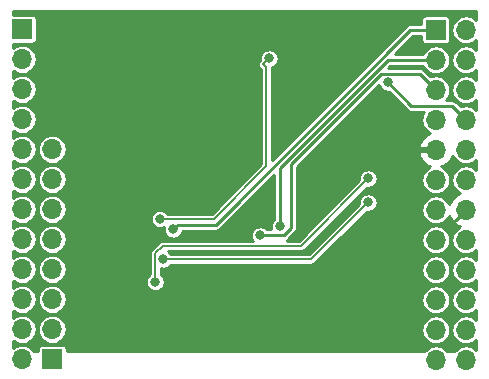
<source format=gbr>
G04 #@! TF.GenerationSoftware,KiCad,Pcbnew,5.1.2*
G04 #@! TF.CreationDate,2019-07-12T14:08:37+08:00*
G04 #@! TF.ProjectId,GPS,4750532e-6b69-4636-9164-5f7063625858,0.2*
G04 #@! TF.SameCoordinates,Original*
G04 #@! TF.FileFunction,Copper,L1,Top*
G04 #@! TF.FilePolarity,Positive*
%FSLAX46Y46*%
G04 Gerber Fmt 4.6, Leading zero omitted, Abs format (unit mm)*
G04 Created by KiCad (PCBNEW 5.1.2) date 2019-07-12 14:08:37*
%MOMM*%
%LPD*%
G04 APERTURE LIST*
%ADD10O,1.700000X1.700000*%
%ADD11R,1.700000X1.700000*%
%ADD12C,0.800000*%
%ADD13C,0.250000*%
%ADD14C,0.150000*%
%ADD15C,0.254000*%
G04 APERTURE END LIST*
D10*
X109753400Y-67246500D03*
X109753400Y-69786500D03*
X109753400Y-72326500D03*
X109753400Y-74866500D03*
X109753400Y-77406500D03*
X109753400Y-79946500D03*
X109753400Y-82486500D03*
D11*
X109753400Y-85026500D03*
D10*
X107213400Y-85026500D03*
X107213400Y-82486500D03*
X107213400Y-79946500D03*
X107213400Y-77406500D03*
X107213400Y-74866500D03*
X107213400Y-72326500D03*
X107213400Y-69786500D03*
X107213400Y-67246500D03*
X107213400Y-64706500D03*
X107213400Y-62166500D03*
X107213400Y-59626500D03*
D11*
X107213400Y-57086500D03*
D10*
X144780000Y-85090000D03*
X142240000Y-85090000D03*
X144780000Y-82550000D03*
X142240000Y-82550000D03*
X144780000Y-80010000D03*
X142240000Y-80010000D03*
X144780000Y-77470000D03*
X142240000Y-77470000D03*
X144780000Y-74930000D03*
X142240000Y-74930000D03*
X144780000Y-72390000D03*
X142240000Y-72390000D03*
X144780000Y-69850000D03*
X142240000Y-69850000D03*
X144780000Y-67310000D03*
X142240000Y-67310000D03*
X144780000Y-64770000D03*
X142240000Y-64770000D03*
X144780000Y-62230000D03*
X142240000Y-62230000D03*
X144780000Y-59690000D03*
X142240000Y-59690000D03*
X144780000Y-57150000D03*
D11*
X142240000Y-57150000D03*
D12*
X138176000Y-61595000D03*
X120015000Y-74041000D03*
X127381000Y-74549000D03*
X129032000Y-73787000D03*
X136525000Y-69723000D03*
X118491000Y-78486000D03*
X136525000Y-71755000D03*
X119166000Y-76581000D03*
X128143000Y-59563000D03*
X118872000Y-73152000D03*
D13*
X144780000Y-72390000D02*
X143930001Y-73239999D01*
X143930001Y-73239999D02*
X143383000Y-73787000D01*
X143930001Y-63920001D02*
X144780000Y-64770000D01*
X140175999Y-63594999D02*
X143604999Y-63594999D01*
X143604999Y-63594999D02*
X143930001Y-63920001D01*
X138176000Y-61595000D02*
X140175999Y-63594999D01*
X123589999Y-73641001D02*
X120414999Y-73641001D01*
X120414999Y-73641001D02*
X120015000Y-74041000D01*
X142240000Y-57150000D02*
X140081000Y-57150000D01*
X140081000Y-57150000D02*
X123589999Y-73641001D01*
X129978002Y-73914000D02*
X129978002Y-68525818D01*
X137633821Y-60869999D02*
X140879999Y-60869999D01*
X141390001Y-61380001D02*
X142240000Y-62230000D01*
X129978002Y-68525818D02*
X137633821Y-60869999D01*
X140879999Y-60869999D02*
X141390001Y-61380001D01*
X129343002Y-74549000D02*
X129978002Y-73914000D01*
X127381000Y-74549000D02*
X129343002Y-74549000D01*
X129032000Y-68835410D02*
X138177410Y-59690000D01*
X129032000Y-73787000D02*
X129032000Y-68835410D01*
X141037919Y-59690000D02*
X142240000Y-59690000D01*
X138177410Y-59690000D02*
X141037919Y-59690000D01*
D14*
X118491000Y-76073000D02*
X118491000Y-78486000D01*
X119126000Y-75438000D02*
X118491000Y-76073000D01*
X136525000Y-69723000D02*
X130810000Y-75438000D01*
X130810000Y-75438000D02*
X119126000Y-75438000D01*
X136525000Y-71755000D02*
X131699000Y-76581000D01*
X131699000Y-76581000D02*
X121746000Y-76581000D01*
X121746000Y-76581000D02*
X119166000Y-76581000D01*
X128143000Y-59563000D02*
X127635000Y-60071000D01*
X127635000Y-60071000D02*
X127889000Y-60325000D01*
X127889000Y-60325000D02*
X127889000Y-68707000D01*
X127889000Y-68707000D02*
X123444000Y-73152000D01*
X123444000Y-73152000D02*
X118872000Y-73152000D01*
D15*
G36*
X145644001Y-56266592D02*
G01*
X145467216Y-56121509D01*
X145253363Y-56007202D01*
X145021318Y-55936812D01*
X144840472Y-55919000D01*
X144719528Y-55919000D01*
X144538682Y-55936812D01*
X144306637Y-56007202D01*
X144092784Y-56121509D01*
X143905340Y-56275340D01*
X143751509Y-56462784D01*
X143637202Y-56676637D01*
X143566812Y-56908682D01*
X143543044Y-57150000D01*
X143566812Y-57391318D01*
X143637202Y-57623363D01*
X143751509Y-57837216D01*
X143905340Y-58024660D01*
X144092784Y-58178491D01*
X144306637Y-58292798D01*
X144538682Y-58363188D01*
X144719528Y-58381000D01*
X144840472Y-58381000D01*
X145021318Y-58363188D01*
X145253363Y-58292798D01*
X145467216Y-58178491D01*
X145644001Y-58033408D01*
X145644001Y-58806592D01*
X145467216Y-58661509D01*
X145253363Y-58547202D01*
X145021318Y-58476812D01*
X144840472Y-58459000D01*
X144719528Y-58459000D01*
X144538682Y-58476812D01*
X144306637Y-58547202D01*
X144092784Y-58661509D01*
X143905340Y-58815340D01*
X143751509Y-59002784D01*
X143637202Y-59216637D01*
X143566812Y-59448682D01*
X143543044Y-59690000D01*
X143566812Y-59931318D01*
X143637202Y-60163363D01*
X143751509Y-60377216D01*
X143905340Y-60564660D01*
X144092784Y-60718491D01*
X144306637Y-60832798D01*
X144538682Y-60903188D01*
X144719528Y-60921000D01*
X144840472Y-60921000D01*
X145021318Y-60903188D01*
X145253363Y-60832798D01*
X145467216Y-60718491D01*
X145644001Y-60573408D01*
X145644001Y-61346592D01*
X145467216Y-61201509D01*
X145253363Y-61087202D01*
X145021318Y-61016812D01*
X144840472Y-60999000D01*
X144719528Y-60999000D01*
X144538682Y-61016812D01*
X144306637Y-61087202D01*
X144092784Y-61201509D01*
X143905340Y-61355340D01*
X143751509Y-61542784D01*
X143637202Y-61756637D01*
X143566812Y-61988682D01*
X143543044Y-62230000D01*
X143566812Y-62471318D01*
X143637202Y-62703363D01*
X143751509Y-62917216D01*
X143905340Y-63104660D01*
X144092784Y-63258491D01*
X144306637Y-63372798D01*
X144538682Y-63443188D01*
X144719528Y-63461000D01*
X144840472Y-63461000D01*
X145021318Y-63443188D01*
X145253363Y-63372798D01*
X145467216Y-63258491D01*
X145644001Y-63113408D01*
X145644001Y-63886592D01*
X145467216Y-63741509D01*
X145253363Y-63627202D01*
X145021318Y-63556812D01*
X144840472Y-63539000D01*
X144719528Y-63539000D01*
X144538682Y-63556812D01*
X144342051Y-63616459D01*
X144270222Y-63544631D01*
X143980375Y-63254784D01*
X143964526Y-63235472D01*
X143887478Y-63172240D01*
X143799574Y-63125254D01*
X143704192Y-63096321D01*
X143629853Y-63088999D01*
X143629845Y-63088999D01*
X143604999Y-63086552D01*
X143580153Y-63088999D01*
X143127513Y-63088999D01*
X143268491Y-62917216D01*
X143382798Y-62703363D01*
X143453188Y-62471318D01*
X143476956Y-62230000D01*
X143453188Y-61988682D01*
X143382798Y-61756637D01*
X143268491Y-61542784D01*
X143114660Y-61355340D01*
X142927216Y-61201509D01*
X142713363Y-61087202D01*
X142481318Y-61016812D01*
X142300472Y-60999000D01*
X142179528Y-60999000D01*
X141998682Y-61016812D01*
X141802051Y-61076459D01*
X141765375Y-61039784D01*
X141765371Y-61039779D01*
X141255375Y-60529784D01*
X141239526Y-60510472D01*
X141162478Y-60447240D01*
X141074574Y-60400254D01*
X140979192Y-60371321D01*
X140904853Y-60363999D01*
X140904845Y-60363999D01*
X140879999Y-60361552D01*
X140855153Y-60363999D01*
X138219003Y-60363999D01*
X138387002Y-60196000D01*
X141114647Y-60196000D01*
X141211509Y-60377216D01*
X141365340Y-60564660D01*
X141552784Y-60718491D01*
X141766637Y-60832798D01*
X141998682Y-60903188D01*
X142179528Y-60921000D01*
X142300472Y-60921000D01*
X142481318Y-60903188D01*
X142713363Y-60832798D01*
X142927216Y-60718491D01*
X143114660Y-60564660D01*
X143268491Y-60377216D01*
X143382798Y-60163363D01*
X143453188Y-59931318D01*
X143476956Y-59690000D01*
X143453188Y-59448682D01*
X143382798Y-59216637D01*
X143268491Y-59002784D01*
X143114660Y-58815340D01*
X142927216Y-58661509D01*
X142713363Y-58547202D01*
X142481318Y-58476812D01*
X142300472Y-58459000D01*
X142179528Y-58459000D01*
X141998682Y-58476812D01*
X141766637Y-58547202D01*
X141552784Y-58661509D01*
X141365340Y-58815340D01*
X141211509Y-59002784D01*
X141114647Y-59184000D01*
X138762592Y-59184000D01*
X140290592Y-57656000D01*
X141007157Y-57656000D01*
X141007157Y-58000000D01*
X141014513Y-58074689D01*
X141036299Y-58146508D01*
X141071678Y-58212696D01*
X141119289Y-58270711D01*
X141177304Y-58318322D01*
X141243492Y-58353701D01*
X141315311Y-58375487D01*
X141390000Y-58382843D01*
X143090000Y-58382843D01*
X143164689Y-58375487D01*
X143236508Y-58353701D01*
X143302696Y-58318322D01*
X143360711Y-58270711D01*
X143408322Y-58212696D01*
X143443701Y-58146508D01*
X143465487Y-58074689D01*
X143472843Y-58000000D01*
X143472843Y-56300000D01*
X143465487Y-56225311D01*
X143443701Y-56153492D01*
X143408322Y-56087304D01*
X143360711Y-56029289D01*
X143302696Y-55981678D01*
X143236508Y-55946299D01*
X143164689Y-55924513D01*
X143090000Y-55917157D01*
X141390000Y-55917157D01*
X141315311Y-55924513D01*
X141243492Y-55946299D01*
X141177304Y-55981678D01*
X141119289Y-56029289D01*
X141071678Y-56087304D01*
X141036299Y-56153492D01*
X141014513Y-56225311D01*
X141007157Y-56300000D01*
X141007157Y-56644000D01*
X140105845Y-56644000D01*
X140080999Y-56641553D01*
X140056153Y-56644000D01*
X140056146Y-56644000D01*
X139991694Y-56650348D01*
X139981806Y-56651322D01*
X139959607Y-56658056D01*
X139886425Y-56680255D01*
X139798521Y-56727241D01*
X139721473Y-56790473D01*
X139705628Y-56809780D01*
X128345000Y-68170409D01*
X128345000Y-60347395D01*
X128347206Y-60324999D01*
X128346596Y-60318803D01*
X128370809Y-60313987D01*
X128512942Y-60255113D01*
X128640859Y-60169642D01*
X128749642Y-60060859D01*
X128835113Y-59932942D01*
X128893987Y-59790809D01*
X128924000Y-59639922D01*
X128924000Y-59486078D01*
X128893987Y-59335191D01*
X128835113Y-59193058D01*
X128749642Y-59065141D01*
X128640859Y-58956358D01*
X128512942Y-58870887D01*
X128370809Y-58812013D01*
X128219922Y-58782000D01*
X128066078Y-58782000D01*
X127915191Y-58812013D01*
X127773058Y-58870887D01*
X127645141Y-58956358D01*
X127536358Y-59065141D01*
X127450887Y-59193058D01*
X127392013Y-59335191D01*
X127362000Y-59486078D01*
X127362000Y-59639922D01*
X127371821Y-59689298D01*
X127328394Y-59732725D01*
X127311000Y-59747000D01*
X127296725Y-59764394D01*
X127296721Y-59764398D01*
X127254016Y-59816435D01*
X127211673Y-59895653D01*
X127185599Y-59981609D01*
X127176794Y-60071000D01*
X127185599Y-60160391D01*
X127211673Y-60246347D01*
X127254016Y-60325565D01*
X127296721Y-60377602D01*
X127296725Y-60377606D01*
X127311000Y-60395000D01*
X127328394Y-60409275D01*
X127433000Y-60513881D01*
X127433001Y-68518118D01*
X123255119Y-72696000D01*
X119506611Y-72696000D01*
X119478642Y-72654141D01*
X119369859Y-72545358D01*
X119241942Y-72459887D01*
X119099809Y-72401013D01*
X118948922Y-72371000D01*
X118795078Y-72371000D01*
X118644191Y-72401013D01*
X118502058Y-72459887D01*
X118374141Y-72545358D01*
X118265358Y-72654141D01*
X118179887Y-72782058D01*
X118121013Y-72924191D01*
X118091000Y-73075078D01*
X118091000Y-73228922D01*
X118121013Y-73379809D01*
X118179887Y-73521942D01*
X118265358Y-73649859D01*
X118374141Y-73758642D01*
X118502058Y-73844113D01*
X118644191Y-73902987D01*
X118795078Y-73933000D01*
X118948922Y-73933000D01*
X119099809Y-73902987D01*
X119241942Y-73844113D01*
X119260303Y-73831845D01*
X119234000Y-73964078D01*
X119234000Y-74117922D01*
X119264013Y-74268809D01*
X119322887Y-74410942D01*
X119408358Y-74538859D01*
X119517141Y-74647642D01*
X119645058Y-74733113D01*
X119787191Y-74791987D01*
X119938078Y-74822000D01*
X120091922Y-74822000D01*
X120242809Y-74791987D01*
X120384942Y-74733113D01*
X120512859Y-74647642D01*
X120621642Y-74538859D01*
X120707113Y-74410942D01*
X120765987Y-74268809D01*
X120790216Y-74147001D01*
X123565153Y-74147001D01*
X123589999Y-74149448D01*
X123614845Y-74147001D01*
X123614853Y-74147001D01*
X123689192Y-74139679D01*
X123784574Y-74110746D01*
X123872478Y-74063760D01*
X123949526Y-74000528D01*
X123965375Y-73981216D01*
X128526001Y-69420590D01*
X128526000Y-73188499D01*
X128425358Y-73289141D01*
X128339887Y-73417058D01*
X128281013Y-73559191D01*
X128251000Y-73710078D01*
X128251000Y-73863922D01*
X128281013Y-74014809D01*
X128292690Y-74043000D01*
X127979501Y-74043000D01*
X127878859Y-73942358D01*
X127750942Y-73856887D01*
X127608809Y-73798013D01*
X127457922Y-73768000D01*
X127304078Y-73768000D01*
X127153191Y-73798013D01*
X127011058Y-73856887D01*
X126883141Y-73942358D01*
X126774358Y-74051141D01*
X126688887Y-74179058D01*
X126630013Y-74321191D01*
X126600000Y-74472078D01*
X126600000Y-74625922D01*
X126630013Y-74776809D01*
X126688887Y-74918942D01*
X126731021Y-74982000D01*
X119148396Y-74982000D01*
X119126000Y-74979794D01*
X119103604Y-74982000D01*
X119103601Y-74982000D01*
X119036608Y-74988598D01*
X118950652Y-75014673D01*
X118871434Y-75057015D01*
X118842230Y-75080982D01*
X118801999Y-75113999D01*
X118787717Y-75131402D01*
X118184402Y-75734717D01*
X118166999Y-75748999D01*
X118110016Y-75818435D01*
X118067673Y-75897653D01*
X118041598Y-75983609D01*
X118035000Y-76050601D01*
X118032794Y-76073000D01*
X118035000Y-76095396D01*
X118035001Y-77851388D01*
X117993141Y-77879358D01*
X117884358Y-77988141D01*
X117798887Y-78116058D01*
X117740013Y-78258191D01*
X117710000Y-78409078D01*
X117710000Y-78562922D01*
X117740013Y-78713809D01*
X117798887Y-78855942D01*
X117884358Y-78983859D01*
X117993141Y-79092642D01*
X118121058Y-79178113D01*
X118263191Y-79236987D01*
X118414078Y-79267000D01*
X118567922Y-79267000D01*
X118718809Y-79236987D01*
X118860942Y-79178113D01*
X118988859Y-79092642D01*
X119097642Y-78983859D01*
X119183113Y-78855942D01*
X119241987Y-78713809D01*
X119272000Y-78562922D01*
X119272000Y-78409078D01*
X119241987Y-78258191D01*
X119183113Y-78116058D01*
X119097642Y-77988141D01*
X118988859Y-77879358D01*
X118947000Y-77851389D01*
X118947000Y-77470000D01*
X141003044Y-77470000D01*
X141026812Y-77711318D01*
X141097202Y-77943363D01*
X141211509Y-78157216D01*
X141365340Y-78344660D01*
X141552784Y-78498491D01*
X141766637Y-78612798D01*
X141998682Y-78683188D01*
X142179528Y-78701000D01*
X142300472Y-78701000D01*
X142481318Y-78683188D01*
X142713363Y-78612798D01*
X142927216Y-78498491D01*
X143114660Y-78344660D01*
X143268491Y-78157216D01*
X143382798Y-77943363D01*
X143453188Y-77711318D01*
X143476956Y-77470000D01*
X143453188Y-77228682D01*
X143382798Y-76996637D01*
X143268491Y-76782784D01*
X143114660Y-76595340D01*
X142927216Y-76441509D01*
X142713363Y-76327202D01*
X142481318Y-76256812D01*
X142300472Y-76239000D01*
X142179528Y-76239000D01*
X141998682Y-76256812D01*
X141766637Y-76327202D01*
X141552784Y-76441509D01*
X141365340Y-76595340D01*
X141211509Y-76782784D01*
X141097202Y-76996637D01*
X141026812Y-77228682D01*
X141003044Y-77470000D01*
X118947000Y-77470000D01*
X118947000Y-77333739D01*
X119089078Y-77362000D01*
X119242922Y-77362000D01*
X119393809Y-77331987D01*
X119535942Y-77273113D01*
X119663859Y-77187642D01*
X119772642Y-77078859D01*
X119800611Y-77037000D01*
X131676604Y-77037000D01*
X131699000Y-77039206D01*
X131721396Y-77037000D01*
X131721399Y-77037000D01*
X131788392Y-77030402D01*
X131874348Y-77004327D01*
X131953566Y-76961984D01*
X132023001Y-76905001D01*
X132037283Y-76887598D01*
X133994881Y-74930000D01*
X141003044Y-74930000D01*
X141026812Y-75171318D01*
X141097202Y-75403363D01*
X141211509Y-75617216D01*
X141365340Y-75804660D01*
X141552784Y-75958491D01*
X141766637Y-76072798D01*
X141998682Y-76143188D01*
X142179528Y-76161000D01*
X142300472Y-76161000D01*
X142481318Y-76143188D01*
X142713363Y-76072798D01*
X142927216Y-75958491D01*
X143114660Y-75804660D01*
X143268491Y-75617216D01*
X143382798Y-75403363D01*
X143453188Y-75171318D01*
X143476956Y-74930000D01*
X143453188Y-74688682D01*
X143382798Y-74456637D01*
X143268491Y-74242784D01*
X143114660Y-74055340D01*
X142927216Y-73901509D01*
X142713363Y-73787202D01*
X142481318Y-73716812D01*
X142300472Y-73699000D01*
X142179528Y-73699000D01*
X141998682Y-73716812D01*
X141766637Y-73787202D01*
X141552784Y-73901509D01*
X141365340Y-74055340D01*
X141211509Y-74242784D01*
X141097202Y-74456637D01*
X141026812Y-74688682D01*
X141003044Y-74930000D01*
X133994881Y-74930000D01*
X136398702Y-72526179D01*
X136448078Y-72536000D01*
X136601922Y-72536000D01*
X136752809Y-72505987D01*
X136894942Y-72447113D01*
X137022859Y-72361642D01*
X137131642Y-72252859D01*
X137217113Y-72124942D01*
X137275987Y-71982809D01*
X137306000Y-71831922D01*
X137306000Y-71678078D01*
X137275987Y-71527191D01*
X137217113Y-71385058D01*
X137131642Y-71257141D01*
X137022859Y-71148358D01*
X136894942Y-71062887D01*
X136752809Y-71004013D01*
X136601922Y-70974000D01*
X136448078Y-70974000D01*
X136297191Y-71004013D01*
X136155058Y-71062887D01*
X136027141Y-71148358D01*
X135918358Y-71257141D01*
X135832887Y-71385058D01*
X135774013Y-71527191D01*
X135744000Y-71678078D01*
X135744000Y-71831922D01*
X135753821Y-71881298D01*
X131510119Y-76125000D01*
X119800611Y-76125000D01*
X119772642Y-76083141D01*
X119663859Y-75974358D01*
X119543594Y-75894000D01*
X130787604Y-75894000D01*
X130810000Y-75896206D01*
X130832396Y-75894000D01*
X130832399Y-75894000D01*
X130899392Y-75887402D01*
X130985348Y-75861327D01*
X131064566Y-75818984D01*
X131134001Y-75762001D01*
X131148283Y-75744598D01*
X136398702Y-70494179D01*
X136448078Y-70504000D01*
X136601922Y-70504000D01*
X136752809Y-70473987D01*
X136894942Y-70415113D01*
X137022859Y-70329642D01*
X137131642Y-70220859D01*
X137217113Y-70092942D01*
X137275987Y-69950809D01*
X137306000Y-69799922D01*
X137306000Y-69646078D01*
X137275987Y-69495191D01*
X137217113Y-69353058D01*
X137131642Y-69225141D01*
X137022859Y-69116358D01*
X136894942Y-69030887D01*
X136752809Y-68972013D01*
X136601922Y-68942000D01*
X136448078Y-68942000D01*
X136297191Y-68972013D01*
X136155058Y-69030887D01*
X136027141Y-69116358D01*
X135918358Y-69225141D01*
X135832887Y-69353058D01*
X135774013Y-69495191D01*
X135744000Y-69646078D01*
X135744000Y-69799922D01*
X135753821Y-69849298D01*
X130621119Y-74982000D01*
X129606322Y-74982000D01*
X129625481Y-74971759D01*
X129702529Y-74908527D01*
X129718378Y-74889215D01*
X130318222Y-74289372D01*
X130337529Y-74273527D01*
X130400761Y-74196479D01*
X130447747Y-74108575D01*
X130476680Y-74013193D01*
X130484002Y-73938854D01*
X130484002Y-73938853D01*
X130486450Y-73914000D01*
X130484002Y-73889146D01*
X130484002Y-68735409D01*
X137420300Y-61799112D01*
X137425013Y-61822809D01*
X137483887Y-61964942D01*
X137569358Y-62092859D01*
X137678141Y-62201642D01*
X137806058Y-62287113D01*
X137948191Y-62345987D01*
X138099078Y-62376000D01*
X138241409Y-62376000D01*
X139800627Y-63935219D01*
X139816472Y-63954526D01*
X139893520Y-64017758D01*
X139981424Y-64064744D01*
X140076806Y-64093677D01*
X140175999Y-64103447D01*
X140200853Y-64100999D01*
X141201773Y-64100999D01*
X141097202Y-64296637D01*
X141026812Y-64528682D01*
X141003044Y-64770000D01*
X141026812Y-65011318D01*
X141097202Y-65243363D01*
X141211509Y-65457216D01*
X141365340Y-65644660D01*
X141552784Y-65798491D01*
X141763305Y-65911017D01*
X141608748Y-65965843D01*
X141358645Y-66114822D01*
X141142412Y-66309731D01*
X140968359Y-66543080D01*
X140843175Y-66805901D01*
X140798524Y-66953110D01*
X140919845Y-67183000D01*
X142113000Y-67183000D01*
X142113000Y-67163000D01*
X142367000Y-67163000D01*
X142367000Y-67183000D01*
X142387000Y-67183000D01*
X142387000Y-67437000D01*
X142367000Y-67437000D01*
X142367000Y-67457000D01*
X142113000Y-67457000D01*
X142113000Y-67437000D01*
X140919845Y-67437000D01*
X140798524Y-67666890D01*
X140843175Y-67814099D01*
X140968359Y-68076920D01*
X141142412Y-68310269D01*
X141358645Y-68505178D01*
X141608748Y-68654157D01*
X141763305Y-68708983D01*
X141552784Y-68821509D01*
X141365340Y-68975340D01*
X141211509Y-69162784D01*
X141097202Y-69376637D01*
X141026812Y-69608682D01*
X141003044Y-69850000D01*
X141026812Y-70091318D01*
X141097202Y-70323363D01*
X141211509Y-70537216D01*
X141365340Y-70724660D01*
X141552784Y-70878491D01*
X141766637Y-70992798D01*
X141998682Y-71063188D01*
X142179528Y-71081000D01*
X142300472Y-71081000D01*
X142481318Y-71063188D01*
X142713363Y-70992798D01*
X142927216Y-70878491D01*
X143114660Y-70724660D01*
X143268491Y-70537216D01*
X143382798Y-70323363D01*
X143453188Y-70091318D01*
X143476956Y-69850000D01*
X143453188Y-69608682D01*
X143382798Y-69376637D01*
X143268491Y-69162784D01*
X143114660Y-68975340D01*
X142927216Y-68821509D01*
X142716695Y-68708983D01*
X142871252Y-68654157D01*
X143121355Y-68505178D01*
X143337588Y-68310269D01*
X143511641Y-68076920D01*
X143636825Y-67814099D01*
X143642909Y-67794040D01*
X143751509Y-67997216D01*
X143905340Y-68184660D01*
X144092784Y-68338491D01*
X144306637Y-68452798D01*
X144538682Y-68523188D01*
X144719528Y-68541000D01*
X144840472Y-68541000D01*
X145021318Y-68523188D01*
X145253363Y-68452798D01*
X145467216Y-68338491D01*
X145644001Y-68193408D01*
X145644001Y-68966592D01*
X145467216Y-68821509D01*
X145253363Y-68707202D01*
X145021318Y-68636812D01*
X144840472Y-68619000D01*
X144719528Y-68619000D01*
X144538682Y-68636812D01*
X144306637Y-68707202D01*
X144092784Y-68821509D01*
X143905340Y-68975340D01*
X143751509Y-69162784D01*
X143637202Y-69376637D01*
X143566812Y-69608682D01*
X143543044Y-69850000D01*
X143566812Y-70091318D01*
X143637202Y-70323363D01*
X143751509Y-70537216D01*
X143905340Y-70724660D01*
X144092784Y-70878491D01*
X144303305Y-70991017D01*
X144148748Y-71045843D01*
X143898645Y-71194822D01*
X143682412Y-71389731D01*
X143508359Y-71623080D01*
X143383175Y-71885901D01*
X143377091Y-71905960D01*
X143268491Y-71702784D01*
X143114660Y-71515340D01*
X142927216Y-71361509D01*
X142713363Y-71247202D01*
X142481318Y-71176812D01*
X142300472Y-71159000D01*
X142179528Y-71159000D01*
X141998682Y-71176812D01*
X141766637Y-71247202D01*
X141552784Y-71361509D01*
X141365340Y-71515340D01*
X141211509Y-71702784D01*
X141097202Y-71916637D01*
X141026812Y-72148682D01*
X141003044Y-72390000D01*
X141026812Y-72631318D01*
X141097202Y-72863363D01*
X141211509Y-73077216D01*
X141365340Y-73264660D01*
X141552784Y-73418491D01*
X141766637Y-73532798D01*
X141998682Y-73603188D01*
X142179528Y-73621000D01*
X142300472Y-73621000D01*
X142481318Y-73603188D01*
X142713363Y-73532798D01*
X142927216Y-73418491D01*
X143114660Y-73264660D01*
X143268491Y-73077216D01*
X143377091Y-72874040D01*
X143383175Y-72894099D01*
X143508359Y-73156920D01*
X143682412Y-73390269D01*
X143898645Y-73585178D01*
X144148748Y-73734157D01*
X144303305Y-73788983D01*
X144092784Y-73901509D01*
X143905340Y-74055340D01*
X143751509Y-74242784D01*
X143637202Y-74456637D01*
X143566812Y-74688682D01*
X143543044Y-74930000D01*
X143566812Y-75171318D01*
X143637202Y-75403363D01*
X143751509Y-75617216D01*
X143905340Y-75804660D01*
X144092784Y-75958491D01*
X144306637Y-76072798D01*
X144538682Y-76143188D01*
X144719528Y-76161000D01*
X144840472Y-76161000D01*
X145021318Y-76143188D01*
X145253363Y-76072798D01*
X145467216Y-75958491D01*
X145644000Y-75813408D01*
X145644000Y-76586592D01*
X145467216Y-76441509D01*
X145253363Y-76327202D01*
X145021318Y-76256812D01*
X144840472Y-76239000D01*
X144719528Y-76239000D01*
X144538682Y-76256812D01*
X144306637Y-76327202D01*
X144092784Y-76441509D01*
X143905340Y-76595340D01*
X143751509Y-76782784D01*
X143637202Y-76996637D01*
X143566812Y-77228682D01*
X143543044Y-77470000D01*
X143566812Y-77711318D01*
X143637202Y-77943363D01*
X143751509Y-78157216D01*
X143905340Y-78344660D01*
X144092784Y-78498491D01*
X144306637Y-78612798D01*
X144538682Y-78683188D01*
X144719528Y-78701000D01*
X144840472Y-78701000D01*
X145021318Y-78683188D01*
X145253363Y-78612798D01*
X145467216Y-78498491D01*
X145644000Y-78353408D01*
X145644000Y-79126592D01*
X145467216Y-78981509D01*
X145253363Y-78867202D01*
X145021318Y-78796812D01*
X144840472Y-78779000D01*
X144719528Y-78779000D01*
X144538682Y-78796812D01*
X144306637Y-78867202D01*
X144092784Y-78981509D01*
X143905340Y-79135340D01*
X143751509Y-79322784D01*
X143637202Y-79536637D01*
X143566812Y-79768682D01*
X143543044Y-80010000D01*
X143566812Y-80251318D01*
X143637202Y-80483363D01*
X143751509Y-80697216D01*
X143905340Y-80884660D01*
X144092784Y-81038491D01*
X144306637Y-81152798D01*
X144538682Y-81223188D01*
X144719528Y-81241000D01*
X144840472Y-81241000D01*
X145021318Y-81223188D01*
X145253363Y-81152798D01*
X145467216Y-81038491D01*
X145644000Y-80893408D01*
X145644000Y-81666592D01*
X145467216Y-81521509D01*
X145253363Y-81407202D01*
X145021318Y-81336812D01*
X144840472Y-81319000D01*
X144719528Y-81319000D01*
X144538682Y-81336812D01*
X144306637Y-81407202D01*
X144092784Y-81521509D01*
X143905340Y-81675340D01*
X143751509Y-81862784D01*
X143637202Y-82076637D01*
X143566812Y-82308682D01*
X143543044Y-82550000D01*
X143566812Y-82791318D01*
X143637202Y-83023363D01*
X143751509Y-83237216D01*
X143905340Y-83424660D01*
X144092784Y-83578491D01*
X144306637Y-83692798D01*
X144538682Y-83763188D01*
X144719528Y-83781000D01*
X144840472Y-83781000D01*
X145021318Y-83763188D01*
X145253363Y-83692798D01*
X145467216Y-83578491D01*
X145644000Y-83433408D01*
X145644000Y-84206592D01*
X145467216Y-84061509D01*
X145253363Y-83947202D01*
X145021318Y-83876812D01*
X144840472Y-83859000D01*
X144719528Y-83859000D01*
X144538682Y-83876812D01*
X144306637Y-83947202D01*
X144092784Y-84061509D01*
X143905340Y-84215340D01*
X143812883Y-84328000D01*
X143207117Y-84328000D01*
X143114660Y-84215340D01*
X142927216Y-84061509D01*
X142713363Y-83947202D01*
X142481318Y-83876812D01*
X142300472Y-83859000D01*
X142179528Y-83859000D01*
X141998682Y-83876812D01*
X141766637Y-83947202D01*
X141552784Y-84061509D01*
X141365340Y-84215340D01*
X141272883Y-84328000D01*
X110986243Y-84328000D01*
X110986243Y-84176500D01*
X110978887Y-84101811D01*
X110957101Y-84029992D01*
X110921722Y-83963804D01*
X110874111Y-83905789D01*
X110816096Y-83858178D01*
X110749908Y-83822799D01*
X110678089Y-83801013D01*
X110603400Y-83793657D01*
X108903400Y-83793657D01*
X108828711Y-83801013D01*
X108756892Y-83822799D01*
X108690704Y-83858178D01*
X108632689Y-83905789D01*
X108585078Y-83963804D01*
X108549699Y-84029992D01*
X108527913Y-84101811D01*
X108520557Y-84176500D01*
X108520557Y-84328000D01*
X108232630Y-84328000D01*
X108088060Y-84151840D01*
X107900616Y-83998009D01*
X107686763Y-83883702D01*
X107454718Y-83813312D01*
X107273872Y-83795500D01*
X107152928Y-83795500D01*
X106972082Y-83813312D01*
X106740037Y-83883702D01*
X106526184Y-83998009D01*
X106451000Y-84059711D01*
X106451000Y-83453289D01*
X106526184Y-83514991D01*
X106740037Y-83629298D01*
X106972082Y-83699688D01*
X107152928Y-83717500D01*
X107273872Y-83717500D01*
X107454718Y-83699688D01*
X107686763Y-83629298D01*
X107900616Y-83514991D01*
X108088060Y-83361160D01*
X108241891Y-83173716D01*
X108356198Y-82959863D01*
X108426588Y-82727818D01*
X108450356Y-82486500D01*
X108516444Y-82486500D01*
X108540212Y-82727818D01*
X108610602Y-82959863D01*
X108724909Y-83173716D01*
X108878740Y-83361160D01*
X109066184Y-83514991D01*
X109280037Y-83629298D01*
X109512082Y-83699688D01*
X109692928Y-83717500D01*
X109813872Y-83717500D01*
X109994718Y-83699688D01*
X110226763Y-83629298D01*
X110440616Y-83514991D01*
X110628060Y-83361160D01*
X110781891Y-83173716D01*
X110896198Y-82959863D01*
X110966588Y-82727818D01*
X110984101Y-82550000D01*
X141003044Y-82550000D01*
X141026812Y-82791318D01*
X141097202Y-83023363D01*
X141211509Y-83237216D01*
X141365340Y-83424660D01*
X141552784Y-83578491D01*
X141766637Y-83692798D01*
X141998682Y-83763188D01*
X142179528Y-83781000D01*
X142300472Y-83781000D01*
X142481318Y-83763188D01*
X142713363Y-83692798D01*
X142927216Y-83578491D01*
X143114660Y-83424660D01*
X143268491Y-83237216D01*
X143382798Y-83023363D01*
X143453188Y-82791318D01*
X143476956Y-82550000D01*
X143453188Y-82308682D01*
X143382798Y-82076637D01*
X143268491Y-81862784D01*
X143114660Y-81675340D01*
X142927216Y-81521509D01*
X142713363Y-81407202D01*
X142481318Y-81336812D01*
X142300472Y-81319000D01*
X142179528Y-81319000D01*
X141998682Y-81336812D01*
X141766637Y-81407202D01*
X141552784Y-81521509D01*
X141365340Y-81675340D01*
X141211509Y-81862784D01*
X141097202Y-82076637D01*
X141026812Y-82308682D01*
X141003044Y-82550000D01*
X110984101Y-82550000D01*
X110990356Y-82486500D01*
X110966588Y-82245182D01*
X110896198Y-82013137D01*
X110781891Y-81799284D01*
X110628060Y-81611840D01*
X110440616Y-81458009D01*
X110226763Y-81343702D01*
X109994718Y-81273312D01*
X109813872Y-81255500D01*
X109692928Y-81255500D01*
X109512082Y-81273312D01*
X109280037Y-81343702D01*
X109066184Y-81458009D01*
X108878740Y-81611840D01*
X108724909Y-81799284D01*
X108610602Y-82013137D01*
X108540212Y-82245182D01*
X108516444Y-82486500D01*
X108450356Y-82486500D01*
X108426588Y-82245182D01*
X108356198Y-82013137D01*
X108241891Y-81799284D01*
X108088060Y-81611840D01*
X107900616Y-81458009D01*
X107686763Y-81343702D01*
X107454718Y-81273312D01*
X107273872Y-81255500D01*
X107152928Y-81255500D01*
X106972082Y-81273312D01*
X106740037Y-81343702D01*
X106526184Y-81458009D01*
X106451000Y-81519711D01*
X106451000Y-80913289D01*
X106526184Y-80974991D01*
X106740037Y-81089298D01*
X106972082Y-81159688D01*
X107152928Y-81177500D01*
X107273872Y-81177500D01*
X107454718Y-81159688D01*
X107686763Y-81089298D01*
X107900616Y-80974991D01*
X108088060Y-80821160D01*
X108241891Y-80633716D01*
X108356198Y-80419863D01*
X108426588Y-80187818D01*
X108450356Y-79946500D01*
X108516444Y-79946500D01*
X108540212Y-80187818D01*
X108610602Y-80419863D01*
X108724909Y-80633716D01*
X108878740Y-80821160D01*
X109066184Y-80974991D01*
X109280037Y-81089298D01*
X109512082Y-81159688D01*
X109692928Y-81177500D01*
X109813872Y-81177500D01*
X109994718Y-81159688D01*
X110226763Y-81089298D01*
X110440616Y-80974991D01*
X110628060Y-80821160D01*
X110781891Y-80633716D01*
X110896198Y-80419863D01*
X110966588Y-80187818D01*
X110984101Y-80010000D01*
X141003044Y-80010000D01*
X141026812Y-80251318D01*
X141097202Y-80483363D01*
X141211509Y-80697216D01*
X141365340Y-80884660D01*
X141552784Y-81038491D01*
X141766637Y-81152798D01*
X141998682Y-81223188D01*
X142179528Y-81241000D01*
X142300472Y-81241000D01*
X142481318Y-81223188D01*
X142713363Y-81152798D01*
X142927216Y-81038491D01*
X143114660Y-80884660D01*
X143268491Y-80697216D01*
X143382798Y-80483363D01*
X143453188Y-80251318D01*
X143476956Y-80010000D01*
X143453188Y-79768682D01*
X143382798Y-79536637D01*
X143268491Y-79322784D01*
X143114660Y-79135340D01*
X142927216Y-78981509D01*
X142713363Y-78867202D01*
X142481318Y-78796812D01*
X142300472Y-78779000D01*
X142179528Y-78779000D01*
X141998682Y-78796812D01*
X141766637Y-78867202D01*
X141552784Y-78981509D01*
X141365340Y-79135340D01*
X141211509Y-79322784D01*
X141097202Y-79536637D01*
X141026812Y-79768682D01*
X141003044Y-80010000D01*
X110984101Y-80010000D01*
X110990356Y-79946500D01*
X110966588Y-79705182D01*
X110896198Y-79473137D01*
X110781891Y-79259284D01*
X110628060Y-79071840D01*
X110440616Y-78918009D01*
X110226763Y-78803702D01*
X109994718Y-78733312D01*
X109813872Y-78715500D01*
X109692928Y-78715500D01*
X109512082Y-78733312D01*
X109280037Y-78803702D01*
X109066184Y-78918009D01*
X108878740Y-79071840D01*
X108724909Y-79259284D01*
X108610602Y-79473137D01*
X108540212Y-79705182D01*
X108516444Y-79946500D01*
X108450356Y-79946500D01*
X108426588Y-79705182D01*
X108356198Y-79473137D01*
X108241891Y-79259284D01*
X108088060Y-79071840D01*
X107900616Y-78918009D01*
X107686763Y-78803702D01*
X107454718Y-78733312D01*
X107273872Y-78715500D01*
X107152928Y-78715500D01*
X106972082Y-78733312D01*
X106740037Y-78803702D01*
X106526184Y-78918009D01*
X106451000Y-78979711D01*
X106451000Y-78373289D01*
X106526184Y-78434991D01*
X106740037Y-78549298D01*
X106972082Y-78619688D01*
X107152928Y-78637500D01*
X107273872Y-78637500D01*
X107454718Y-78619688D01*
X107686763Y-78549298D01*
X107900616Y-78434991D01*
X108088060Y-78281160D01*
X108241891Y-78093716D01*
X108356198Y-77879863D01*
X108426588Y-77647818D01*
X108450356Y-77406500D01*
X108516444Y-77406500D01*
X108540212Y-77647818D01*
X108610602Y-77879863D01*
X108724909Y-78093716D01*
X108878740Y-78281160D01*
X109066184Y-78434991D01*
X109280037Y-78549298D01*
X109512082Y-78619688D01*
X109692928Y-78637500D01*
X109813872Y-78637500D01*
X109994718Y-78619688D01*
X110226763Y-78549298D01*
X110440616Y-78434991D01*
X110628060Y-78281160D01*
X110781891Y-78093716D01*
X110896198Y-77879863D01*
X110966588Y-77647818D01*
X110990356Y-77406500D01*
X110966588Y-77165182D01*
X110896198Y-76933137D01*
X110781891Y-76719284D01*
X110628060Y-76531840D01*
X110440616Y-76378009D01*
X110226763Y-76263702D01*
X109994718Y-76193312D01*
X109813872Y-76175500D01*
X109692928Y-76175500D01*
X109512082Y-76193312D01*
X109280037Y-76263702D01*
X109066184Y-76378009D01*
X108878740Y-76531840D01*
X108724909Y-76719284D01*
X108610602Y-76933137D01*
X108540212Y-77165182D01*
X108516444Y-77406500D01*
X108450356Y-77406500D01*
X108426588Y-77165182D01*
X108356198Y-76933137D01*
X108241891Y-76719284D01*
X108088060Y-76531840D01*
X107900616Y-76378009D01*
X107686763Y-76263702D01*
X107454718Y-76193312D01*
X107273872Y-76175500D01*
X107152928Y-76175500D01*
X106972082Y-76193312D01*
X106740037Y-76263702D01*
X106526184Y-76378009D01*
X106451000Y-76439711D01*
X106451000Y-75833289D01*
X106526184Y-75894991D01*
X106740037Y-76009298D01*
X106972082Y-76079688D01*
X107152928Y-76097500D01*
X107273872Y-76097500D01*
X107454718Y-76079688D01*
X107686763Y-76009298D01*
X107900616Y-75894991D01*
X108088060Y-75741160D01*
X108241891Y-75553716D01*
X108356198Y-75339863D01*
X108426588Y-75107818D01*
X108450356Y-74866500D01*
X108516444Y-74866500D01*
X108540212Y-75107818D01*
X108610602Y-75339863D01*
X108724909Y-75553716D01*
X108878740Y-75741160D01*
X109066184Y-75894991D01*
X109280037Y-76009298D01*
X109512082Y-76079688D01*
X109692928Y-76097500D01*
X109813872Y-76097500D01*
X109994718Y-76079688D01*
X110226763Y-76009298D01*
X110440616Y-75894991D01*
X110628060Y-75741160D01*
X110781891Y-75553716D01*
X110896198Y-75339863D01*
X110966588Y-75107818D01*
X110990356Y-74866500D01*
X110966588Y-74625182D01*
X110896198Y-74393137D01*
X110781891Y-74179284D01*
X110628060Y-73991840D01*
X110440616Y-73838009D01*
X110226763Y-73723702D01*
X109994718Y-73653312D01*
X109813872Y-73635500D01*
X109692928Y-73635500D01*
X109512082Y-73653312D01*
X109280037Y-73723702D01*
X109066184Y-73838009D01*
X108878740Y-73991840D01*
X108724909Y-74179284D01*
X108610602Y-74393137D01*
X108540212Y-74625182D01*
X108516444Y-74866500D01*
X108450356Y-74866500D01*
X108426588Y-74625182D01*
X108356198Y-74393137D01*
X108241891Y-74179284D01*
X108088060Y-73991840D01*
X107900616Y-73838009D01*
X107686763Y-73723702D01*
X107454718Y-73653312D01*
X107273872Y-73635500D01*
X107152928Y-73635500D01*
X106972082Y-73653312D01*
X106740037Y-73723702D01*
X106526184Y-73838009D01*
X106451000Y-73899711D01*
X106451000Y-73293289D01*
X106526184Y-73354991D01*
X106740037Y-73469298D01*
X106972082Y-73539688D01*
X107152928Y-73557500D01*
X107273872Y-73557500D01*
X107454718Y-73539688D01*
X107686763Y-73469298D01*
X107900616Y-73354991D01*
X108088060Y-73201160D01*
X108241891Y-73013716D01*
X108356198Y-72799863D01*
X108426588Y-72567818D01*
X108450356Y-72326500D01*
X108516444Y-72326500D01*
X108540212Y-72567818D01*
X108610602Y-72799863D01*
X108724909Y-73013716D01*
X108878740Y-73201160D01*
X109066184Y-73354991D01*
X109280037Y-73469298D01*
X109512082Y-73539688D01*
X109692928Y-73557500D01*
X109813872Y-73557500D01*
X109994718Y-73539688D01*
X110226763Y-73469298D01*
X110440616Y-73354991D01*
X110628060Y-73201160D01*
X110781891Y-73013716D01*
X110896198Y-72799863D01*
X110966588Y-72567818D01*
X110990356Y-72326500D01*
X110966588Y-72085182D01*
X110896198Y-71853137D01*
X110781891Y-71639284D01*
X110628060Y-71451840D01*
X110440616Y-71298009D01*
X110226763Y-71183702D01*
X109994718Y-71113312D01*
X109813872Y-71095500D01*
X109692928Y-71095500D01*
X109512082Y-71113312D01*
X109280037Y-71183702D01*
X109066184Y-71298009D01*
X108878740Y-71451840D01*
X108724909Y-71639284D01*
X108610602Y-71853137D01*
X108540212Y-72085182D01*
X108516444Y-72326500D01*
X108450356Y-72326500D01*
X108426588Y-72085182D01*
X108356198Y-71853137D01*
X108241891Y-71639284D01*
X108088060Y-71451840D01*
X107900616Y-71298009D01*
X107686763Y-71183702D01*
X107454718Y-71113312D01*
X107273872Y-71095500D01*
X107152928Y-71095500D01*
X106972082Y-71113312D01*
X106740037Y-71183702D01*
X106526184Y-71298009D01*
X106451000Y-71359711D01*
X106451000Y-70753289D01*
X106526184Y-70814991D01*
X106740037Y-70929298D01*
X106972082Y-70999688D01*
X107152928Y-71017500D01*
X107273872Y-71017500D01*
X107454718Y-70999688D01*
X107686763Y-70929298D01*
X107900616Y-70814991D01*
X108088060Y-70661160D01*
X108241891Y-70473716D01*
X108356198Y-70259863D01*
X108426588Y-70027818D01*
X108450356Y-69786500D01*
X108516444Y-69786500D01*
X108540212Y-70027818D01*
X108610602Y-70259863D01*
X108724909Y-70473716D01*
X108878740Y-70661160D01*
X109066184Y-70814991D01*
X109280037Y-70929298D01*
X109512082Y-70999688D01*
X109692928Y-71017500D01*
X109813872Y-71017500D01*
X109994718Y-70999688D01*
X110226763Y-70929298D01*
X110440616Y-70814991D01*
X110628060Y-70661160D01*
X110781891Y-70473716D01*
X110896198Y-70259863D01*
X110966588Y-70027818D01*
X110990356Y-69786500D01*
X110966588Y-69545182D01*
X110896198Y-69313137D01*
X110781891Y-69099284D01*
X110628060Y-68911840D01*
X110440616Y-68758009D01*
X110226763Y-68643702D01*
X109994718Y-68573312D01*
X109813872Y-68555500D01*
X109692928Y-68555500D01*
X109512082Y-68573312D01*
X109280037Y-68643702D01*
X109066184Y-68758009D01*
X108878740Y-68911840D01*
X108724909Y-69099284D01*
X108610602Y-69313137D01*
X108540212Y-69545182D01*
X108516444Y-69786500D01*
X108450356Y-69786500D01*
X108426588Y-69545182D01*
X108356198Y-69313137D01*
X108241891Y-69099284D01*
X108088060Y-68911840D01*
X107900616Y-68758009D01*
X107686763Y-68643702D01*
X107454718Y-68573312D01*
X107273872Y-68555500D01*
X107152928Y-68555500D01*
X106972082Y-68573312D01*
X106740037Y-68643702D01*
X106526184Y-68758009D01*
X106451000Y-68819711D01*
X106451000Y-68213289D01*
X106526184Y-68274991D01*
X106740037Y-68389298D01*
X106972082Y-68459688D01*
X107152928Y-68477500D01*
X107273872Y-68477500D01*
X107454718Y-68459688D01*
X107686763Y-68389298D01*
X107900616Y-68274991D01*
X108088060Y-68121160D01*
X108241891Y-67933716D01*
X108356198Y-67719863D01*
X108426588Y-67487818D01*
X108450356Y-67246500D01*
X108516444Y-67246500D01*
X108540212Y-67487818D01*
X108610602Y-67719863D01*
X108724909Y-67933716D01*
X108878740Y-68121160D01*
X109066184Y-68274991D01*
X109280037Y-68389298D01*
X109512082Y-68459688D01*
X109692928Y-68477500D01*
X109813872Y-68477500D01*
X109994718Y-68459688D01*
X110226763Y-68389298D01*
X110440616Y-68274991D01*
X110628060Y-68121160D01*
X110781891Y-67933716D01*
X110896198Y-67719863D01*
X110966588Y-67487818D01*
X110990356Y-67246500D01*
X110966588Y-67005182D01*
X110896198Y-66773137D01*
X110781891Y-66559284D01*
X110628060Y-66371840D01*
X110440616Y-66218009D01*
X110226763Y-66103702D01*
X109994718Y-66033312D01*
X109813872Y-66015500D01*
X109692928Y-66015500D01*
X109512082Y-66033312D01*
X109280037Y-66103702D01*
X109066184Y-66218009D01*
X108878740Y-66371840D01*
X108724909Y-66559284D01*
X108610602Y-66773137D01*
X108540212Y-67005182D01*
X108516444Y-67246500D01*
X108450356Y-67246500D01*
X108426588Y-67005182D01*
X108356198Y-66773137D01*
X108241891Y-66559284D01*
X108088060Y-66371840D01*
X107900616Y-66218009D01*
X107686763Y-66103702D01*
X107454718Y-66033312D01*
X107273872Y-66015500D01*
X107152928Y-66015500D01*
X106972082Y-66033312D01*
X106740037Y-66103702D01*
X106526184Y-66218009D01*
X106451000Y-66279711D01*
X106451000Y-65673289D01*
X106526184Y-65734991D01*
X106740037Y-65849298D01*
X106972082Y-65919688D01*
X107152928Y-65937500D01*
X107273872Y-65937500D01*
X107454718Y-65919688D01*
X107686763Y-65849298D01*
X107900616Y-65734991D01*
X108088060Y-65581160D01*
X108241891Y-65393716D01*
X108356198Y-65179863D01*
X108426588Y-64947818D01*
X108450356Y-64706500D01*
X108426588Y-64465182D01*
X108356198Y-64233137D01*
X108241891Y-64019284D01*
X108088060Y-63831840D01*
X107900616Y-63678009D01*
X107686763Y-63563702D01*
X107454718Y-63493312D01*
X107273872Y-63475500D01*
X107152928Y-63475500D01*
X106972082Y-63493312D01*
X106740037Y-63563702D01*
X106526184Y-63678009D01*
X106451000Y-63739711D01*
X106451000Y-63133289D01*
X106526184Y-63194991D01*
X106740037Y-63309298D01*
X106972082Y-63379688D01*
X107152928Y-63397500D01*
X107273872Y-63397500D01*
X107454718Y-63379688D01*
X107686763Y-63309298D01*
X107900616Y-63194991D01*
X108088060Y-63041160D01*
X108241891Y-62853716D01*
X108356198Y-62639863D01*
X108426588Y-62407818D01*
X108450356Y-62166500D01*
X108426588Y-61925182D01*
X108356198Y-61693137D01*
X108241891Y-61479284D01*
X108088060Y-61291840D01*
X107900616Y-61138009D01*
X107686763Y-61023702D01*
X107454718Y-60953312D01*
X107273872Y-60935500D01*
X107152928Y-60935500D01*
X106972082Y-60953312D01*
X106740037Y-61023702D01*
X106526184Y-61138009D01*
X106451000Y-61199711D01*
X106451000Y-60593289D01*
X106526184Y-60654991D01*
X106740037Y-60769298D01*
X106972082Y-60839688D01*
X107152928Y-60857500D01*
X107273872Y-60857500D01*
X107454718Y-60839688D01*
X107686763Y-60769298D01*
X107900616Y-60654991D01*
X108088060Y-60501160D01*
X108241891Y-60313716D01*
X108356198Y-60099863D01*
X108426588Y-59867818D01*
X108450356Y-59626500D01*
X108426588Y-59385182D01*
X108356198Y-59153137D01*
X108241891Y-58939284D01*
X108088060Y-58751840D01*
X107900616Y-58598009D01*
X107686763Y-58483702D01*
X107454718Y-58413312D01*
X107273872Y-58395500D01*
X107152928Y-58395500D01*
X106972082Y-58413312D01*
X106740037Y-58483702D01*
X106526184Y-58598009D01*
X106451000Y-58659711D01*
X106451000Y-58319343D01*
X108063400Y-58319343D01*
X108138089Y-58311987D01*
X108209908Y-58290201D01*
X108276096Y-58254822D01*
X108334111Y-58207211D01*
X108381722Y-58149196D01*
X108417101Y-58083008D01*
X108438887Y-58011189D01*
X108446243Y-57936500D01*
X108446243Y-56236500D01*
X108438887Y-56161811D01*
X108417101Y-56089992D01*
X108381722Y-56023804D01*
X108334111Y-55965789D01*
X108276096Y-55918178D01*
X108209908Y-55882799D01*
X108138089Y-55861013D01*
X108063400Y-55853657D01*
X106451000Y-55853657D01*
X106451000Y-55524000D01*
X145644001Y-55524000D01*
X145644001Y-56266592D01*
X145644001Y-56266592D01*
G37*
X145644001Y-56266592D02*
X145467216Y-56121509D01*
X145253363Y-56007202D01*
X145021318Y-55936812D01*
X144840472Y-55919000D01*
X144719528Y-55919000D01*
X144538682Y-55936812D01*
X144306637Y-56007202D01*
X144092784Y-56121509D01*
X143905340Y-56275340D01*
X143751509Y-56462784D01*
X143637202Y-56676637D01*
X143566812Y-56908682D01*
X143543044Y-57150000D01*
X143566812Y-57391318D01*
X143637202Y-57623363D01*
X143751509Y-57837216D01*
X143905340Y-58024660D01*
X144092784Y-58178491D01*
X144306637Y-58292798D01*
X144538682Y-58363188D01*
X144719528Y-58381000D01*
X144840472Y-58381000D01*
X145021318Y-58363188D01*
X145253363Y-58292798D01*
X145467216Y-58178491D01*
X145644001Y-58033408D01*
X145644001Y-58806592D01*
X145467216Y-58661509D01*
X145253363Y-58547202D01*
X145021318Y-58476812D01*
X144840472Y-58459000D01*
X144719528Y-58459000D01*
X144538682Y-58476812D01*
X144306637Y-58547202D01*
X144092784Y-58661509D01*
X143905340Y-58815340D01*
X143751509Y-59002784D01*
X143637202Y-59216637D01*
X143566812Y-59448682D01*
X143543044Y-59690000D01*
X143566812Y-59931318D01*
X143637202Y-60163363D01*
X143751509Y-60377216D01*
X143905340Y-60564660D01*
X144092784Y-60718491D01*
X144306637Y-60832798D01*
X144538682Y-60903188D01*
X144719528Y-60921000D01*
X144840472Y-60921000D01*
X145021318Y-60903188D01*
X145253363Y-60832798D01*
X145467216Y-60718491D01*
X145644001Y-60573408D01*
X145644001Y-61346592D01*
X145467216Y-61201509D01*
X145253363Y-61087202D01*
X145021318Y-61016812D01*
X144840472Y-60999000D01*
X144719528Y-60999000D01*
X144538682Y-61016812D01*
X144306637Y-61087202D01*
X144092784Y-61201509D01*
X143905340Y-61355340D01*
X143751509Y-61542784D01*
X143637202Y-61756637D01*
X143566812Y-61988682D01*
X143543044Y-62230000D01*
X143566812Y-62471318D01*
X143637202Y-62703363D01*
X143751509Y-62917216D01*
X143905340Y-63104660D01*
X144092784Y-63258491D01*
X144306637Y-63372798D01*
X144538682Y-63443188D01*
X144719528Y-63461000D01*
X144840472Y-63461000D01*
X145021318Y-63443188D01*
X145253363Y-63372798D01*
X145467216Y-63258491D01*
X145644001Y-63113408D01*
X145644001Y-63886592D01*
X145467216Y-63741509D01*
X145253363Y-63627202D01*
X145021318Y-63556812D01*
X144840472Y-63539000D01*
X144719528Y-63539000D01*
X144538682Y-63556812D01*
X144342051Y-63616459D01*
X144270222Y-63544631D01*
X143980375Y-63254784D01*
X143964526Y-63235472D01*
X143887478Y-63172240D01*
X143799574Y-63125254D01*
X143704192Y-63096321D01*
X143629853Y-63088999D01*
X143629845Y-63088999D01*
X143604999Y-63086552D01*
X143580153Y-63088999D01*
X143127513Y-63088999D01*
X143268491Y-62917216D01*
X143382798Y-62703363D01*
X143453188Y-62471318D01*
X143476956Y-62230000D01*
X143453188Y-61988682D01*
X143382798Y-61756637D01*
X143268491Y-61542784D01*
X143114660Y-61355340D01*
X142927216Y-61201509D01*
X142713363Y-61087202D01*
X142481318Y-61016812D01*
X142300472Y-60999000D01*
X142179528Y-60999000D01*
X141998682Y-61016812D01*
X141802051Y-61076459D01*
X141765375Y-61039784D01*
X141765371Y-61039779D01*
X141255375Y-60529784D01*
X141239526Y-60510472D01*
X141162478Y-60447240D01*
X141074574Y-60400254D01*
X140979192Y-60371321D01*
X140904853Y-60363999D01*
X140904845Y-60363999D01*
X140879999Y-60361552D01*
X140855153Y-60363999D01*
X138219003Y-60363999D01*
X138387002Y-60196000D01*
X141114647Y-60196000D01*
X141211509Y-60377216D01*
X141365340Y-60564660D01*
X141552784Y-60718491D01*
X141766637Y-60832798D01*
X141998682Y-60903188D01*
X142179528Y-60921000D01*
X142300472Y-60921000D01*
X142481318Y-60903188D01*
X142713363Y-60832798D01*
X142927216Y-60718491D01*
X143114660Y-60564660D01*
X143268491Y-60377216D01*
X143382798Y-60163363D01*
X143453188Y-59931318D01*
X143476956Y-59690000D01*
X143453188Y-59448682D01*
X143382798Y-59216637D01*
X143268491Y-59002784D01*
X143114660Y-58815340D01*
X142927216Y-58661509D01*
X142713363Y-58547202D01*
X142481318Y-58476812D01*
X142300472Y-58459000D01*
X142179528Y-58459000D01*
X141998682Y-58476812D01*
X141766637Y-58547202D01*
X141552784Y-58661509D01*
X141365340Y-58815340D01*
X141211509Y-59002784D01*
X141114647Y-59184000D01*
X138762592Y-59184000D01*
X140290592Y-57656000D01*
X141007157Y-57656000D01*
X141007157Y-58000000D01*
X141014513Y-58074689D01*
X141036299Y-58146508D01*
X141071678Y-58212696D01*
X141119289Y-58270711D01*
X141177304Y-58318322D01*
X141243492Y-58353701D01*
X141315311Y-58375487D01*
X141390000Y-58382843D01*
X143090000Y-58382843D01*
X143164689Y-58375487D01*
X143236508Y-58353701D01*
X143302696Y-58318322D01*
X143360711Y-58270711D01*
X143408322Y-58212696D01*
X143443701Y-58146508D01*
X143465487Y-58074689D01*
X143472843Y-58000000D01*
X143472843Y-56300000D01*
X143465487Y-56225311D01*
X143443701Y-56153492D01*
X143408322Y-56087304D01*
X143360711Y-56029289D01*
X143302696Y-55981678D01*
X143236508Y-55946299D01*
X143164689Y-55924513D01*
X143090000Y-55917157D01*
X141390000Y-55917157D01*
X141315311Y-55924513D01*
X141243492Y-55946299D01*
X141177304Y-55981678D01*
X141119289Y-56029289D01*
X141071678Y-56087304D01*
X141036299Y-56153492D01*
X141014513Y-56225311D01*
X141007157Y-56300000D01*
X141007157Y-56644000D01*
X140105845Y-56644000D01*
X140080999Y-56641553D01*
X140056153Y-56644000D01*
X140056146Y-56644000D01*
X139991694Y-56650348D01*
X139981806Y-56651322D01*
X139959607Y-56658056D01*
X139886425Y-56680255D01*
X139798521Y-56727241D01*
X139721473Y-56790473D01*
X139705628Y-56809780D01*
X128345000Y-68170409D01*
X128345000Y-60347395D01*
X128347206Y-60324999D01*
X128346596Y-60318803D01*
X128370809Y-60313987D01*
X128512942Y-60255113D01*
X128640859Y-60169642D01*
X128749642Y-60060859D01*
X128835113Y-59932942D01*
X128893987Y-59790809D01*
X128924000Y-59639922D01*
X128924000Y-59486078D01*
X128893987Y-59335191D01*
X128835113Y-59193058D01*
X128749642Y-59065141D01*
X128640859Y-58956358D01*
X128512942Y-58870887D01*
X128370809Y-58812013D01*
X128219922Y-58782000D01*
X128066078Y-58782000D01*
X127915191Y-58812013D01*
X127773058Y-58870887D01*
X127645141Y-58956358D01*
X127536358Y-59065141D01*
X127450887Y-59193058D01*
X127392013Y-59335191D01*
X127362000Y-59486078D01*
X127362000Y-59639922D01*
X127371821Y-59689298D01*
X127328394Y-59732725D01*
X127311000Y-59747000D01*
X127296725Y-59764394D01*
X127296721Y-59764398D01*
X127254016Y-59816435D01*
X127211673Y-59895653D01*
X127185599Y-59981609D01*
X127176794Y-60071000D01*
X127185599Y-60160391D01*
X127211673Y-60246347D01*
X127254016Y-60325565D01*
X127296721Y-60377602D01*
X127296725Y-60377606D01*
X127311000Y-60395000D01*
X127328394Y-60409275D01*
X127433000Y-60513881D01*
X127433001Y-68518118D01*
X123255119Y-72696000D01*
X119506611Y-72696000D01*
X119478642Y-72654141D01*
X119369859Y-72545358D01*
X119241942Y-72459887D01*
X119099809Y-72401013D01*
X118948922Y-72371000D01*
X118795078Y-72371000D01*
X118644191Y-72401013D01*
X118502058Y-72459887D01*
X118374141Y-72545358D01*
X118265358Y-72654141D01*
X118179887Y-72782058D01*
X118121013Y-72924191D01*
X118091000Y-73075078D01*
X118091000Y-73228922D01*
X118121013Y-73379809D01*
X118179887Y-73521942D01*
X118265358Y-73649859D01*
X118374141Y-73758642D01*
X118502058Y-73844113D01*
X118644191Y-73902987D01*
X118795078Y-73933000D01*
X118948922Y-73933000D01*
X119099809Y-73902987D01*
X119241942Y-73844113D01*
X119260303Y-73831845D01*
X119234000Y-73964078D01*
X119234000Y-74117922D01*
X119264013Y-74268809D01*
X119322887Y-74410942D01*
X119408358Y-74538859D01*
X119517141Y-74647642D01*
X119645058Y-74733113D01*
X119787191Y-74791987D01*
X119938078Y-74822000D01*
X120091922Y-74822000D01*
X120242809Y-74791987D01*
X120384942Y-74733113D01*
X120512859Y-74647642D01*
X120621642Y-74538859D01*
X120707113Y-74410942D01*
X120765987Y-74268809D01*
X120790216Y-74147001D01*
X123565153Y-74147001D01*
X123589999Y-74149448D01*
X123614845Y-74147001D01*
X123614853Y-74147001D01*
X123689192Y-74139679D01*
X123784574Y-74110746D01*
X123872478Y-74063760D01*
X123949526Y-74000528D01*
X123965375Y-73981216D01*
X128526001Y-69420590D01*
X128526000Y-73188499D01*
X128425358Y-73289141D01*
X128339887Y-73417058D01*
X128281013Y-73559191D01*
X128251000Y-73710078D01*
X128251000Y-73863922D01*
X128281013Y-74014809D01*
X128292690Y-74043000D01*
X127979501Y-74043000D01*
X127878859Y-73942358D01*
X127750942Y-73856887D01*
X127608809Y-73798013D01*
X127457922Y-73768000D01*
X127304078Y-73768000D01*
X127153191Y-73798013D01*
X127011058Y-73856887D01*
X126883141Y-73942358D01*
X126774358Y-74051141D01*
X126688887Y-74179058D01*
X126630013Y-74321191D01*
X126600000Y-74472078D01*
X126600000Y-74625922D01*
X126630013Y-74776809D01*
X126688887Y-74918942D01*
X126731021Y-74982000D01*
X119148396Y-74982000D01*
X119126000Y-74979794D01*
X119103604Y-74982000D01*
X119103601Y-74982000D01*
X119036608Y-74988598D01*
X118950652Y-75014673D01*
X118871434Y-75057015D01*
X118842230Y-75080982D01*
X118801999Y-75113999D01*
X118787717Y-75131402D01*
X118184402Y-75734717D01*
X118166999Y-75748999D01*
X118110016Y-75818435D01*
X118067673Y-75897653D01*
X118041598Y-75983609D01*
X118035000Y-76050601D01*
X118032794Y-76073000D01*
X118035000Y-76095396D01*
X118035001Y-77851388D01*
X117993141Y-77879358D01*
X117884358Y-77988141D01*
X117798887Y-78116058D01*
X117740013Y-78258191D01*
X117710000Y-78409078D01*
X117710000Y-78562922D01*
X117740013Y-78713809D01*
X117798887Y-78855942D01*
X117884358Y-78983859D01*
X117993141Y-79092642D01*
X118121058Y-79178113D01*
X118263191Y-79236987D01*
X118414078Y-79267000D01*
X118567922Y-79267000D01*
X118718809Y-79236987D01*
X118860942Y-79178113D01*
X118988859Y-79092642D01*
X119097642Y-78983859D01*
X119183113Y-78855942D01*
X119241987Y-78713809D01*
X119272000Y-78562922D01*
X119272000Y-78409078D01*
X119241987Y-78258191D01*
X119183113Y-78116058D01*
X119097642Y-77988141D01*
X118988859Y-77879358D01*
X118947000Y-77851389D01*
X118947000Y-77470000D01*
X141003044Y-77470000D01*
X141026812Y-77711318D01*
X141097202Y-77943363D01*
X141211509Y-78157216D01*
X141365340Y-78344660D01*
X141552784Y-78498491D01*
X141766637Y-78612798D01*
X141998682Y-78683188D01*
X142179528Y-78701000D01*
X142300472Y-78701000D01*
X142481318Y-78683188D01*
X142713363Y-78612798D01*
X142927216Y-78498491D01*
X143114660Y-78344660D01*
X143268491Y-78157216D01*
X143382798Y-77943363D01*
X143453188Y-77711318D01*
X143476956Y-77470000D01*
X143453188Y-77228682D01*
X143382798Y-76996637D01*
X143268491Y-76782784D01*
X143114660Y-76595340D01*
X142927216Y-76441509D01*
X142713363Y-76327202D01*
X142481318Y-76256812D01*
X142300472Y-76239000D01*
X142179528Y-76239000D01*
X141998682Y-76256812D01*
X141766637Y-76327202D01*
X141552784Y-76441509D01*
X141365340Y-76595340D01*
X141211509Y-76782784D01*
X141097202Y-76996637D01*
X141026812Y-77228682D01*
X141003044Y-77470000D01*
X118947000Y-77470000D01*
X118947000Y-77333739D01*
X119089078Y-77362000D01*
X119242922Y-77362000D01*
X119393809Y-77331987D01*
X119535942Y-77273113D01*
X119663859Y-77187642D01*
X119772642Y-77078859D01*
X119800611Y-77037000D01*
X131676604Y-77037000D01*
X131699000Y-77039206D01*
X131721396Y-77037000D01*
X131721399Y-77037000D01*
X131788392Y-77030402D01*
X131874348Y-77004327D01*
X131953566Y-76961984D01*
X132023001Y-76905001D01*
X132037283Y-76887598D01*
X133994881Y-74930000D01*
X141003044Y-74930000D01*
X141026812Y-75171318D01*
X141097202Y-75403363D01*
X141211509Y-75617216D01*
X141365340Y-75804660D01*
X141552784Y-75958491D01*
X141766637Y-76072798D01*
X141998682Y-76143188D01*
X142179528Y-76161000D01*
X142300472Y-76161000D01*
X142481318Y-76143188D01*
X142713363Y-76072798D01*
X142927216Y-75958491D01*
X143114660Y-75804660D01*
X143268491Y-75617216D01*
X143382798Y-75403363D01*
X143453188Y-75171318D01*
X143476956Y-74930000D01*
X143453188Y-74688682D01*
X143382798Y-74456637D01*
X143268491Y-74242784D01*
X143114660Y-74055340D01*
X142927216Y-73901509D01*
X142713363Y-73787202D01*
X142481318Y-73716812D01*
X142300472Y-73699000D01*
X142179528Y-73699000D01*
X141998682Y-73716812D01*
X141766637Y-73787202D01*
X141552784Y-73901509D01*
X141365340Y-74055340D01*
X141211509Y-74242784D01*
X141097202Y-74456637D01*
X141026812Y-74688682D01*
X141003044Y-74930000D01*
X133994881Y-74930000D01*
X136398702Y-72526179D01*
X136448078Y-72536000D01*
X136601922Y-72536000D01*
X136752809Y-72505987D01*
X136894942Y-72447113D01*
X137022859Y-72361642D01*
X137131642Y-72252859D01*
X137217113Y-72124942D01*
X137275987Y-71982809D01*
X137306000Y-71831922D01*
X137306000Y-71678078D01*
X137275987Y-71527191D01*
X137217113Y-71385058D01*
X137131642Y-71257141D01*
X137022859Y-71148358D01*
X136894942Y-71062887D01*
X136752809Y-71004013D01*
X136601922Y-70974000D01*
X136448078Y-70974000D01*
X136297191Y-71004013D01*
X136155058Y-71062887D01*
X136027141Y-71148358D01*
X135918358Y-71257141D01*
X135832887Y-71385058D01*
X135774013Y-71527191D01*
X135744000Y-71678078D01*
X135744000Y-71831922D01*
X135753821Y-71881298D01*
X131510119Y-76125000D01*
X119800611Y-76125000D01*
X119772642Y-76083141D01*
X119663859Y-75974358D01*
X119543594Y-75894000D01*
X130787604Y-75894000D01*
X130810000Y-75896206D01*
X130832396Y-75894000D01*
X130832399Y-75894000D01*
X130899392Y-75887402D01*
X130985348Y-75861327D01*
X131064566Y-75818984D01*
X131134001Y-75762001D01*
X131148283Y-75744598D01*
X136398702Y-70494179D01*
X136448078Y-70504000D01*
X136601922Y-70504000D01*
X136752809Y-70473987D01*
X136894942Y-70415113D01*
X137022859Y-70329642D01*
X137131642Y-70220859D01*
X137217113Y-70092942D01*
X137275987Y-69950809D01*
X137306000Y-69799922D01*
X137306000Y-69646078D01*
X137275987Y-69495191D01*
X137217113Y-69353058D01*
X137131642Y-69225141D01*
X137022859Y-69116358D01*
X136894942Y-69030887D01*
X136752809Y-68972013D01*
X136601922Y-68942000D01*
X136448078Y-68942000D01*
X136297191Y-68972013D01*
X136155058Y-69030887D01*
X136027141Y-69116358D01*
X135918358Y-69225141D01*
X135832887Y-69353058D01*
X135774013Y-69495191D01*
X135744000Y-69646078D01*
X135744000Y-69799922D01*
X135753821Y-69849298D01*
X130621119Y-74982000D01*
X129606322Y-74982000D01*
X129625481Y-74971759D01*
X129702529Y-74908527D01*
X129718378Y-74889215D01*
X130318222Y-74289372D01*
X130337529Y-74273527D01*
X130400761Y-74196479D01*
X130447747Y-74108575D01*
X130476680Y-74013193D01*
X130484002Y-73938854D01*
X130484002Y-73938853D01*
X130486450Y-73914000D01*
X130484002Y-73889146D01*
X130484002Y-68735409D01*
X137420300Y-61799112D01*
X137425013Y-61822809D01*
X137483887Y-61964942D01*
X137569358Y-62092859D01*
X137678141Y-62201642D01*
X137806058Y-62287113D01*
X137948191Y-62345987D01*
X138099078Y-62376000D01*
X138241409Y-62376000D01*
X139800627Y-63935219D01*
X139816472Y-63954526D01*
X139893520Y-64017758D01*
X139981424Y-64064744D01*
X140076806Y-64093677D01*
X140175999Y-64103447D01*
X140200853Y-64100999D01*
X141201773Y-64100999D01*
X141097202Y-64296637D01*
X141026812Y-64528682D01*
X141003044Y-64770000D01*
X141026812Y-65011318D01*
X141097202Y-65243363D01*
X141211509Y-65457216D01*
X141365340Y-65644660D01*
X141552784Y-65798491D01*
X141763305Y-65911017D01*
X141608748Y-65965843D01*
X141358645Y-66114822D01*
X141142412Y-66309731D01*
X140968359Y-66543080D01*
X140843175Y-66805901D01*
X140798524Y-66953110D01*
X140919845Y-67183000D01*
X142113000Y-67183000D01*
X142113000Y-67163000D01*
X142367000Y-67163000D01*
X142367000Y-67183000D01*
X142387000Y-67183000D01*
X142387000Y-67437000D01*
X142367000Y-67437000D01*
X142367000Y-67457000D01*
X142113000Y-67457000D01*
X142113000Y-67437000D01*
X140919845Y-67437000D01*
X140798524Y-67666890D01*
X140843175Y-67814099D01*
X140968359Y-68076920D01*
X141142412Y-68310269D01*
X141358645Y-68505178D01*
X141608748Y-68654157D01*
X141763305Y-68708983D01*
X141552784Y-68821509D01*
X141365340Y-68975340D01*
X141211509Y-69162784D01*
X141097202Y-69376637D01*
X141026812Y-69608682D01*
X141003044Y-69850000D01*
X141026812Y-70091318D01*
X141097202Y-70323363D01*
X141211509Y-70537216D01*
X141365340Y-70724660D01*
X141552784Y-70878491D01*
X141766637Y-70992798D01*
X141998682Y-71063188D01*
X142179528Y-71081000D01*
X142300472Y-71081000D01*
X142481318Y-71063188D01*
X142713363Y-70992798D01*
X142927216Y-70878491D01*
X143114660Y-70724660D01*
X143268491Y-70537216D01*
X143382798Y-70323363D01*
X143453188Y-70091318D01*
X143476956Y-69850000D01*
X143453188Y-69608682D01*
X143382798Y-69376637D01*
X143268491Y-69162784D01*
X143114660Y-68975340D01*
X142927216Y-68821509D01*
X142716695Y-68708983D01*
X142871252Y-68654157D01*
X143121355Y-68505178D01*
X143337588Y-68310269D01*
X143511641Y-68076920D01*
X143636825Y-67814099D01*
X143642909Y-67794040D01*
X143751509Y-67997216D01*
X143905340Y-68184660D01*
X144092784Y-68338491D01*
X144306637Y-68452798D01*
X144538682Y-68523188D01*
X144719528Y-68541000D01*
X144840472Y-68541000D01*
X145021318Y-68523188D01*
X145253363Y-68452798D01*
X145467216Y-68338491D01*
X145644001Y-68193408D01*
X145644001Y-68966592D01*
X145467216Y-68821509D01*
X145253363Y-68707202D01*
X145021318Y-68636812D01*
X144840472Y-68619000D01*
X144719528Y-68619000D01*
X144538682Y-68636812D01*
X144306637Y-68707202D01*
X144092784Y-68821509D01*
X143905340Y-68975340D01*
X143751509Y-69162784D01*
X143637202Y-69376637D01*
X143566812Y-69608682D01*
X143543044Y-69850000D01*
X143566812Y-70091318D01*
X143637202Y-70323363D01*
X143751509Y-70537216D01*
X143905340Y-70724660D01*
X144092784Y-70878491D01*
X144303305Y-70991017D01*
X144148748Y-71045843D01*
X143898645Y-71194822D01*
X143682412Y-71389731D01*
X143508359Y-71623080D01*
X143383175Y-71885901D01*
X143377091Y-71905960D01*
X143268491Y-71702784D01*
X143114660Y-71515340D01*
X142927216Y-71361509D01*
X142713363Y-71247202D01*
X142481318Y-71176812D01*
X142300472Y-71159000D01*
X142179528Y-71159000D01*
X141998682Y-71176812D01*
X141766637Y-71247202D01*
X141552784Y-71361509D01*
X141365340Y-71515340D01*
X141211509Y-71702784D01*
X141097202Y-71916637D01*
X141026812Y-72148682D01*
X141003044Y-72390000D01*
X141026812Y-72631318D01*
X141097202Y-72863363D01*
X141211509Y-73077216D01*
X141365340Y-73264660D01*
X141552784Y-73418491D01*
X141766637Y-73532798D01*
X141998682Y-73603188D01*
X142179528Y-73621000D01*
X142300472Y-73621000D01*
X142481318Y-73603188D01*
X142713363Y-73532798D01*
X142927216Y-73418491D01*
X143114660Y-73264660D01*
X143268491Y-73077216D01*
X143377091Y-72874040D01*
X143383175Y-72894099D01*
X143508359Y-73156920D01*
X143682412Y-73390269D01*
X143898645Y-73585178D01*
X144148748Y-73734157D01*
X144303305Y-73788983D01*
X144092784Y-73901509D01*
X143905340Y-74055340D01*
X143751509Y-74242784D01*
X143637202Y-74456637D01*
X143566812Y-74688682D01*
X143543044Y-74930000D01*
X143566812Y-75171318D01*
X143637202Y-75403363D01*
X143751509Y-75617216D01*
X143905340Y-75804660D01*
X144092784Y-75958491D01*
X144306637Y-76072798D01*
X144538682Y-76143188D01*
X144719528Y-76161000D01*
X144840472Y-76161000D01*
X145021318Y-76143188D01*
X145253363Y-76072798D01*
X145467216Y-75958491D01*
X145644000Y-75813408D01*
X145644000Y-76586592D01*
X145467216Y-76441509D01*
X145253363Y-76327202D01*
X145021318Y-76256812D01*
X144840472Y-76239000D01*
X144719528Y-76239000D01*
X144538682Y-76256812D01*
X144306637Y-76327202D01*
X144092784Y-76441509D01*
X143905340Y-76595340D01*
X143751509Y-76782784D01*
X143637202Y-76996637D01*
X143566812Y-77228682D01*
X143543044Y-77470000D01*
X143566812Y-77711318D01*
X143637202Y-77943363D01*
X143751509Y-78157216D01*
X143905340Y-78344660D01*
X144092784Y-78498491D01*
X144306637Y-78612798D01*
X144538682Y-78683188D01*
X144719528Y-78701000D01*
X144840472Y-78701000D01*
X145021318Y-78683188D01*
X145253363Y-78612798D01*
X145467216Y-78498491D01*
X145644000Y-78353408D01*
X145644000Y-79126592D01*
X145467216Y-78981509D01*
X145253363Y-78867202D01*
X145021318Y-78796812D01*
X144840472Y-78779000D01*
X144719528Y-78779000D01*
X144538682Y-78796812D01*
X144306637Y-78867202D01*
X144092784Y-78981509D01*
X143905340Y-79135340D01*
X143751509Y-79322784D01*
X143637202Y-79536637D01*
X143566812Y-79768682D01*
X143543044Y-80010000D01*
X143566812Y-80251318D01*
X143637202Y-80483363D01*
X143751509Y-80697216D01*
X143905340Y-80884660D01*
X144092784Y-81038491D01*
X144306637Y-81152798D01*
X144538682Y-81223188D01*
X144719528Y-81241000D01*
X144840472Y-81241000D01*
X145021318Y-81223188D01*
X145253363Y-81152798D01*
X145467216Y-81038491D01*
X145644000Y-80893408D01*
X145644000Y-81666592D01*
X145467216Y-81521509D01*
X145253363Y-81407202D01*
X145021318Y-81336812D01*
X144840472Y-81319000D01*
X144719528Y-81319000D01*
X144538682Y-81336812D01*
X144306637Y-81407202D01*
X144092784Y-81521509D01*
X143905340Y-81675340D01*
X143751509Y-81862784D01*
X143637202Y-82076637D01*
X143566812Y-82308682D01*
X143543044Y-82550000D01*
X143566812Y-82791318D01*
X143637202Y-83023363D01*
X143751509Y-83237216D01*
X143905340Y-83424660D01*
X144092784Y-83578491D01*
X144306637Y-83692798D01*
X144538682Y-83763188D01*
X144719528Y-83781000D01*
X144840472Y-83781000D01*
X145021318Y-83763188D01*
X145253363Y-83692798D01*
X145467216Y-83578491D01*
X145644000Y-83433408D01*
X145644000Y-84206592D01*
X145467216Y-84061509D01*
X145253363Y-83947202D01*
X145021318Y-83876812D01*
X144840472Y-83859000D01*
X144719528Y-83859000D01*
X144538682Y-83876812D01*
X144306637Y-83947202D01*
X144092784Y-84061509D01*
X143905340Y-84215340D01*
X143812883Y-84328000D01*
X143207117Y-84328000D01*
X143114660Y-84215340D01*
X142927216Y-84061509D01*
X142713363Y-83947202D01*
X142481318Y-83876812D01*
X142300472Y-83859000D01*
X142179528Y-83859000D01*
X141998682Y-83876812D01*
X141766637Y-83947202D01*
X141552784Y-84061509D01*
X141365340Y-84215340D01*
X141272883Y-84328000D01*
X110986243Y-84328000D01*
X110986243Y-84176500D01*
X110978887Y-84101811D01*
X110957101Y-84029992D01*
X110921722Y-83963804D01*
X110874111Y-83905789D01*
X110816096Y-83858178D01*
X110749908Y-83822799D01*
X110678089Y-83801013D01*
X110603400Y-83793657D01*
X108903400Y-83793657D01*
X108828711Y-83801013D01*
X108756892Y-83822799D01*
X108690704Y-83858178D01*
X108632689Y-83905789D01*
X108585078Y-83963804D01*
X108549699Y-84029992D01*
X108527913Y-84101811D01*
X108520557Y-84176500D01*
X108520557Y-84328000D01*
X108232630Y-84328000D01*
X108088060Y-84151840D01*
X107900616Y-83998009D01*
X107686763Y-83883702D01*
X107454718Y-83813312D01*
X107273872Y-83795500D01*
X107152928Y-83795500D01*
X106972082Y-83813312D01*
X106740037Y-83883702D01*
X106526184Y-83998009D01*
X106451000Y-84059711D01*
X106451000Y-83453289D01*
X106526184Y-83514991D01*
X106740037Y-83629298D01*
X106972082Y-83699688D01*
X107152928Y-83717500D01*
X107273872Y-83717500D01*
X107454718Y-83699688D01*
X107686763Y-83629298D01*
X107900616Y-83514991D01*
X108088060Y-83361160D01*
X108241891Y-83173716D01*
X108356198Y-82959863D01*
X108426588Y-82727818D01*
X108450356Y-82486500D01*
X108516444Y-82486500D01*
X108540212Y-82727818D01*
X108610602Y-82959863D01*
X108724909Y-83173716D01*
X108878740Y-83361160D01*
X109066184Y-83514991D01*
X109280037Y-83629298D01*
X109512082Y-83699688D01*
X109692928Y-83717500D01*
X109813872Y-83717500D01*
X109994718Y-83699688D01*
X110226763Y-83629298D01*
X110440616Y-83514991D01*
X110628060Y-83361160D01*
X110781891Y-83173716D01*
X110896198Y-82959863D01*
X110966588Y-82727818D01*
X110984101Y-82550000D01*
X141003044Y-82550000D01*
X141026812Y-82791318D01*
X141097202Y-83023363D01*
X141211509Y-83237216D01*
X141365340Y-83424660D01*
X141552784Y-83578491D01*
X141766637Y-83692798D01*
X141998682Y-83763188D01*
X142179528Y-83781000D01*
X142300472Y-83781000D01*
X142481318Y-83763188D01*
X142713363Y-83692798D01*
X142927216Y-83578491D01*
X143114660Y-83424660D01*
X143268491Y-83237216D01*
X143382798Y-83023363D01*
X143453188Y-82791318D01*
X143476956Y-82550000D01*
X143453188Y-82308682D01*
X143382798Y-82076637D01*
X143268491Y-81862784D01*
X143114660Y-81675340D01*
X142927216Y-81521509D01*
X142713363Y-81407202D01*
X142481318Y-81336812D01*
X142300472Y-81319000D01*
X142179528Y-81319000D01*
X141998682Y-81336812D01*
X141766637Y-81407202D01*
X141552784Y-81521509D01*
X141365340Y-81675340D01*
X141211509Y-81862784D01*
X141097202Y-82076637D01*
X141026812Y-82308682D01*
X141003044Y-82550000D01*
X110984101Y-82550000D01*
X110990356Y-82486500D01*
X110966588Y-82245182D01*
X110896198Y-82013137D01*
X110781891Y-81799284D01*
X110628060Y-81611840D01*
X110440616Y-81458009D01*
X110226763Y-81343702D01*
X109994718Y-81273312D01*
X109813872Y-81255500D01*
X109692928Y-81255500D01*
X109512082Y-81273312D01*
X109280037Y-81343702D01*
X109066184Y-81458009D01*
X108878740Y-81611840D01*
X108724909Y-81799284D01*
X108610602Y-82013137D01*
X108540212Y-82245182D01*
X108516444Y-82486500D01*
X108450356Y-82486500D01*
X108426588Y-82245182D01*
X108356198Y-82013137D01*
X108241891Y-81799284D01*
X108088060Y-81611840D01*
X107900616Y-81458009D01*
X107686763Y-81343702D01*
X107454718Y-81273312D01*
X107273872Y-81255500D01*
X107152928Y-81255500D01*
X106972082Y-81273312D01*
X106740037Y-81343702D01*
X106526184Y-81458009D01*
X106451000Y-81519711D01*
X106451000Y-80913289D01*
X106526184Y-80974991D01*
X106740037Y-81089298D01*
X106972082Y-81159688D01*
X107152928Y-81177500D01*
X107273872Y-81177500D01*
X107454718Y-81159688D01*
X107686763Y-81089298D01*
X107900616Y-80974991D01*
X108088060Y-80821160D01*
X108241891Y-80633716D01*
X108356198Y-80419863D01*
X108426588Y-80187818D01*
X108450356Y-79946500D01*
X108516444Y-79946500D01*
X108540212Y-80187818D01*
X108610602Y-80419863D01*
X108724909Y-80633716D01*
X108878740Y-80821160D01*
X109066184Y-80974991D01*
X109280037Y-81089298D01*
X109512082Y-81159688D01*
X109692928Y-81177500D01*
X109813872Y-81177500D01*
X109994718Y-81159688D01*
X110226763Y-81089298D01*
X110440616Y-80974991D01*
X110628060Y-80821160D01*
X110781891Y-80633716D01*
X110896198Y-80419863D01*
X110966588Y-80187818D01*
X110984101Y-80010000D01*
X141003044Y-80010000D01*
X141026812Y-80251318D01*
X141097202Y-80483363D01*
X141211509Y-80697216D01*
X141365340Y-80884660D01*
X141552784Y-81038491D01*
X141766637Y-81152798D01*
X141998682Y-81223188D01*
X142179528Y-81241000D01*
X142300472Y-81241000D01*
X142481318Y-81223188D01*
X142713363Y-81152798D01*
X142927216Y-81038491D01*
X143114660Y-80884660D01*
X143268491Y-80697216D01*
X143382798Y-80483363D01*
X143453188Y-80251318D01*
X143476956Y-80010000D01*
X143453188Y-79768682D01*
X143382798Y-79536637D01*
X143268491Y-79322784D01*
X143114660Y-79135340D01*
X142927216Y-78981509D01*
X142713363Y-78867202D01*
X142481318Y-78796812D01*
X142300472Y-78779000D01*
X142179528Y-78779000D01*
X141998682Y-78796812D01*
X141766637Y-78867202D01*
X141552784Y-78981509D01*
X141365340Y-79135340D01*
X141211509Y-79322784D01*
X141097202Y-79536637D01*
X141026812Y-79768682D01*
X141003044Y-80010000D01*
X110984101Y-80010000D01*
X110990356Y-79946500D01*
X110966588Y-79705182D01*
X110896198Y-79473137D01*
X110781891Y-79259284D01*
X110628060Y-79071840D01*
X110440616Y-78918009D01*
X110226763Y-78803702D01*
X109994718Y-78733312D01*
X109813872Y-78715500D01*
X109692928Y-78715500D01*
X109512082Y-78733312D01*
X109280037Y-78803702D01*
X109066184Y-78918009D01*
X108878740Y-79071840D01*
X108724909Y-79259284D01*
X108610602Y-79473137D01*
X108540212Y-79705182D01*
X108516444Y-79946500D01*
X108450356Y-79946500D01*
X108426588Y-79705182D01*
X108356198Y-79473137D01*
X108241891Y-79259284D01*
X108088060Y-79071840D01*
X107900616Y-78918009D01*
X107686763Y-78803702D01*
X107454718Y-78733312D01*
X107273872Y-78715500D01*
X107152928Y-78715500D01*
X106972082Y-78733312D01*
X106740037Y-78803702D01*
X106526184Y-78918009D01*
X106451000Y-78979711D01*
X106451000Y-78373289D01*
X106526184Y-78434991D01*
X106740037Y-78549298D01*
X106972082Y-78619688D01*
X107152928Y-78637500D01*
X107273872Y-78637500D01*
X107454718Y-78619688D01*
X107686763Y-78549298D01*
X107900616Y-78434991D01*
X108088060Y-78281160D01*
X108241891Y-78093716D01*
X108356198Y-77879863D01*
X108426588Y-77647818D01*
X108450356Y-77406500D01*
X108516444Y-77406500D01*
X108540212Y-77647818D01*
X108610602Y-77879863D01*
X108724909Y-78093716D01*
X108878740Y-78281160D01*
X109066184Y-78434991D01*
X109280037Y-78549298D01*
X109512082Y-78619688D01*
X109692928Y-78637500D01*
X109813872Y-78637500D01*
X109994718Y-78619688D01*
X110226763Y-78549298D01*
X110440616Y-78434991D01*
X110628060Y-78281160D01*
X110781891Y-78093716D01*
X110896198Y-77879863D01*
X110966588Y-77647818D01*
X110990356Y-77406500D01*
X110966588Y-77165182D01*
X110896198Y-76933137D01*
X110781891Y-76719284D01*
X110628060Y-76531840D01*
X110440616Y-76378009D01*
X110226763Y-76263702D01*
X109994718Y-76193312D01*
X109813872Y-76175500D01*
X109692928Y-76175500D01*
X109512082Y-76193312D01*
X109280037Y-76263702D01*
X109066184Y-76378009D01*
X108878740Y-76531840D01*
X108724909Y-76719284D01*
X108610602Y-76933137D01*
X108540212Y-77165182D01*
X108516444Y-77406500D01*
X108450356Y-77406500D01*
X108426588Y-77165182D01*
X108356198Y-76933137D01*
X108241891Y-76719284D01*
X108088060Y-76531840D01*
X107900616Y-76378009D01*
X107686763Y-76263702D01*
X107454718Y-76193312D01*
X107273872Y-76175500D01*
X107152928Y-76175500D01*
X106972082Y-76193312D01*
X106740037Y-76263702D01*
X106526184Y-76378009D01*
X106451000Y-76439711D01*
X106451000Y-75833289D01*
X106526184Y-75894991D01*
X106740037Y-76009298D01*
X106972082Y-76079688D01*
X107152928Y-76097500D01*
X107273872Y-76097500D01*
X107454718Y-76079688D01*
X107686763Y-76009298D01*
X107900616Y-75894991D01*
X108088060Y-75741160D01*
X108241891Y-75553716D01*
X108356198Y-75339863D01*
X108426588Y-75107818D01*
X108450356Y-74866500D01*
X108516444Y-74866500D01*
X108540212Y-75107818D01*
X108610602Y-75339863D01*
X108724909Y-75553716D01*
X108878740Y-75741160D01*
X109066184Y-75894991D01*
X109280037Y-76009298D01*
X109512082Y-76079688D01*
X109692928Y-76097500D01*
X109813872Y-76097500D01*
X109994718Y-76079688D01*
X110226763Y-76009298D01*
X110440616Y-75894991D01*
X110628060Y-75741160D01*
X110781891Y-75553716D01*
X110896198Y-75339863D01*
X110966588Y-75107818D01*
X110990356Y-74866500D01*
X110966588Y-74625182D01*
X110896198Y-74393137D01*
X110781891Y-74179284D01*
X110628060Y-73991840D01*
X110440616Y-73838009D01*
X110226763Y-73723702D01*
X109994718Y-73653312D01*
X109813872Y-73635500D01*
X109692928Y-73635500D01*
X109512082Y-73653312D01*
X109280037Y-73723702D01*
X109066184Y-73838009D01*
X108878740Y-73991840D01*
X108724909Y-74179284D01*
X108610602Y-74393137D01*
X108540212Y-74625182D01*
X108516444Y-74866500D01*
X108450356Y-74866500D01*
X108426588Y-74625182D01*
X108356198Y-74393137D01*
X108241891Y-74179284D01*
X108088060Y-73991840D01*
X107900616Y-73838009D01*
X107686763Y-73723702D01*
X107454718Y-73653312D01*
X107273872Y-73635500D01*
X107152928Y-73635500D01*
X106972082Y-73653312D01*
X106740037Y-73723702D01*
X106526184Y-73838009D01*
X106451000Y-73899711D01*
X106451000Y-73293289D01*
X106526184Y-73354991D01*
X106740037Y-73469298D01*
X106972082Y-73539688D01*
X107152928Y-73557500D01*
X107273872Y-73557500D01*
X107454718Y-73539688D01*
X107686763Y-73469298D01*
X107900616Y-73354991D01*
X108088060Y-73201160D01*
X108241891Y-73013716D01*
X108356198Y-72799863D01*
X108426588Y-72567818D01*
X108450356Y-72326500D01*
X108516444Y-72326500D01*
X108540212Y-72567818D01*
X108610602Y-72799863D01*
X108724909Y-73013716D01*
X108878740Y-73201160D01*
X109066184Y-73354991D01*
X109280037Y-73469298D01*
X109512082Y-73539688D01*
X109692928Y-73557500D01*
X109813872Y-73557500D01*
X109994718Y-73539688D01*
X110226763Y-73469298D01*
X110440616Y-73354991D01*
X110628060Y-73201160D01*
X110781891Y-73013716D01*
X110896198Y-72799863D01*
X110966588Y-72567818D01*
X110990356Y-72326500D01*
X110966588Y-72085182D01*
X110896198Y-71853137D01*
X110781891Y-71639284D01*
X110628060Y-71451840D01*
X110440616Y-71298009D01*
X110226763Y-71183702D01*
X109994718Y-71113312D01*
X109813872Y-71095500D01*
X109692928Y-71095500D01*
X109512082Y-71113312D01*
X109280037Y-71183702D01*
X109066184Y-71298009D01*
X108878740Y-71451840D01*
X108724909Y-71639284D01*
X108610602Y-71853137D01*
X108540212Y-72085182D01*
X108516444Y-72326500D01*
X108450356Y-72326500D01*
X108426588Y-72085182D01*
X108356198Y-71853137D01*
X108241891Y-71639284D01*
X108088060Y-71451840D01*
X107900616Y-71298009D01*
X107686763Y-71183702D01*
X107454718Y-71113312D01*
X107273872Y-71095500D01*
X107152928Y-71095500D01*
X106972082Y-71113312D01*
X106740037Y-71183702D01*
X106526184Y-71298009D01*
X106451000Y-71359711D01*
X106451000Y-70753289D01*
X106526184Y-70814991D01*
X106740037Y-70929298D01*
X106972082Y-70999688D01*
X107152928Y-71017500D01*
X107273872Y-71017500D01*
X107454718Y-70999688D01*
X107686763Y-70929298D01*
X107900616Y-70814991D01*
X108088060Y-70661160D01*
X108241891Y-70473716D01*
X108356198Y-70259863D01*
X108426588Y-70027818D01*
X108450356Y-69786500D01*
X108516444Y-69786500D01*
X108540212Y-70027818D01*
X108610602Y-70259863D01*
X108724909Y-70473716D01*
X108878740Y-70661160D01*
X109066184Y-70814991D01*
X109280037Y-70929298D01*
X109512082Y-70999688D01*
X109692928Y-71017500D01*
X109813872Y-71017500D01*
X109994718Y-70999688D01*
X110226763Y-70929298D01*
X110440616Y-70814991D01*
X110628060Y-70661160D01*
X110781891Y-70473716D01*
X110896198Y-70259863D01*
X110966588Y-70027818D01*
X110990356Y-69786500D01*
X110966588Y-69545182D01*
X110896198Y-69313137D01*
X110781891Y-69099284D01*
X110628060Y-68911840D01*
X110440616Y-68758009D01*
X110226763Y-68643702D01*
X109994718Y-68573312D01*
X109813872Y-68555500D01*
X109692928Y-68555500D01*
X109512082Y-68573312D01*
X109280037Y-68643702D01*
X109066184Y-68758009D01*
X108878740Y-68911840D01*
X108724909Y-69099284D01*
X108610602Y-69313137D01*
X108540212Y-69545182D01*
X108516444Y-69786500D01*
X108450356Y-69786500D01*
X108426588Y-69545182D01*
X108356198Y-69313137D01*
X108241891Y-69099284D01*
X108088060Y-68911840D01*
X107900616Y-68758009D01*
X107686763Y-68643702D01*
X107454718Y-68573312D01*
X107273872Y-68555500D01*
X107152928Y-68555500D01*
X106972082Y-68573312D01*
X106740037Y-68643702D01*
X106526184Y-68758009D01*
X106451000Y-68819711D01*
X106451000Y-68213289D01*
X106526184Y-68274991D01*
X106740037Y-68389298D01*
X106972082Y-68459688D01*
X107152928Y-68477500D01*
X107273872Y-68477500D01*
X107454718Y-68459688D01*
X107686763Y-68389298D01*
X107900616Y-68274991D01*
X108088060Y-68121160D01*
X108241891Y-67933716D01*
X108356198Y-67719863D01*
X108426588Y-67487818D01*
X108450356Y-67246500D01*
X108516444Y-67246500D01*
X108540212Y-67487818D01*
X108610602Y-67719863D01*
X108724909Y-67933716D01*
X108878740Y-68121160D01*
X109066184Y-68274991D01*
X109280037Y-68389298D01*
X109512082Y-68459688D01*
X109692928Y-68477500D01*
X109813872Y-68477500D01*
X109994718Y-68459688D01*
X110226763Y-68389298D01*
X110440616Y-68274991D01*
X110628060Y-68121160D01*
X110781891Y-67933716D01*
X110896198Y-67719863D01*
X110966588Y-67487818D01*
X110990356Y-67246500D01*
X110966588Y-67005182D01*
X110896198Y-66773137D01*
X110781891Y-66559284D01*
X110628060Y-66371840D01*
X110440616Y-66218009D01*
X110226763Y-66103702D01*
X109994718Y-66033312D01*
X109813872Y-66015500D01*
X109692928Y-66015500D01*
X109512082Y-66033312D01*
X109280037Y-66103702D01*
X109066184Y-66218009D01*
X108878740Y-66371840D01*
X108724909Y-66559284D01*
X108610602Y-66773137D01*
X108540212Y-67005182D01*
X108516444Y-67246500D01*
X108450356Y-67246500D01*
X108426588Y-67005182D01*
X108356198Y-66773137D01*
X108241891Y-66559284D01*
X108088060Y-66371840D01*
X107900616Y-66218009D01*
X107686763Y-66103702D01*
X107454718Y-66033312D01*
X107273872Y-66015500D01*
X107152928Y-66015500D01*
X106972082Y-66033312D01*
X106740037Y-66103702D01*
X106526184Y-66218009D01*
X106451000Y-66279711D01*
X106451000Y-65673289D01*
X106526184Y-65734991D01*
X106740037Y-65849298D01*
X106972082Y-65919688D01*
X107152928Y-65937500D01*
X107273872Y-65937500D01*
X107454718Y-65919688D01*
X107686763Y-65849298D01*
X107900616Y-65734991D01*
X108088060Y-65581160D01*
X108241891Y-65393716D01*
X108356198Y-65179863D01*
X108426588Y-64947818D01*
X108450356Y-64706500D01*
X108426588Y-64465182D01*
X108356198Y-64233137D01*
X108241891Y-64019284D01*
X108088060Y-63831840D01*
X107900616Y-63678009D01*
X107686763Y-63563702D01*
X107454718Y-63493312D01*
X107273872Y-63475500D01*
X107152928Y-63475500D01*
X106972082Y-63493312D01*
X106740037Y-63563702D01*
X106526184Y-63678009D01*
X106451000Y-63739711D01*
X106451000Y-63133289D01*
X106526184Y-63194991D01*
X106740037Y-63309298D01*
X106972082Y-63379688D01*
X107152928Y-63397500D01*
X107273872Y-63397500D01*
X107454718Y-63379688D01*
X107686763Y-63309298D01*
X107900616Y-63194991D01*
X108088060Y-63041160D01*
X108241891Y-62853716D01*
X108356198Y-62639863D01*
X108426588Y-62407818D01*
X108450356Y-62166500D01*
X108426588Y-61925182D01*
X108356198Y-61693137D01*
X108241891Y-61479284D01*
X108088060Y-61291840D01*
X107900616Y-61138009D01*
X107686763Y-61023702D01*
X107454718Y-60953312D01*
X107273872Y-60935500D01*
X107152928Y-60935500D01*
X106972082Y-60953312D01*
X106740037Y-61023702D01*
X106526184Y-61138009D01*
X106451000Y-61199711D01*
X106451000Y-60593289D01*
X106526184Y-60654991D01*
X106740037Y-60769298D01*
X106972082Y-60839688D01*
X107152928Y-60857500D01*
X107273872Y-60857500D01*
X107454718Y-60839688D01*
X107686763Y-60769298D01*
X107900616Y-60654991D01*
X108088060Y-60501160D01*
X108241891Y-60313716D01*
X108356198Y-60099863D01*
X108426588Y-59867818D01*
X108450356Y-59626500D01*
X108426588Y-59385182D01*
X108356198Y-59153137D01*
X108241891Y-58939284D01*
X108088060Y-58751840D01*
X107900616Y-58598009D01*
X107686763Y-58483702D01*
X107454718Y-58413312D01*
X107273872Y-58395500D01*
X107152928Y-58395500D01*
X106972082Y-58413312D01*
X106740037Y-58483702D01*
X106526184Y-58598009D01*
X106451000Y-58659711D01*
X106451000Y-58319343D01*
X108063400Y-58319343D01*
X108138089Y-58311987D01*
X108209908Y-58290201D01*
X108276096Y-58254822D01*
X108334111Y-58207211D01*
X108381722Y-58149196D01*
X108417101Y-58083008D01*
X108438887Y-58011189D01*
X108446243Y-57936500D01*
X108446243Y-56236500D01*
X108438887Y-56161811D01*
X108417101Y-56089992D01*
X108381722Y-56023804D01*
X108334111Y-55965789D01*
X108276096Y-55918178D01*
X108209908Y-55882799D01*
X108138089Y-55861013D01*
X108063400Y-55853657D01*
X106451000Y-55853657D01*
X106451000Y-55524000D01*
X145644001Y-55524000D01*
X145644001Y-56266592D01*
G36*
X144907000Y-72263000D02*
G01*
X144927000Y-72263000D01*
X144927000Y-72517000D01*
X144907000Y-72517000D01*
X144907000Y-72537000D01*
X144653000Y-72537000D01*
X144653000Y-72517000D01*
X144633000Y-72517000D01*
X144633000Y-72263000D01*
X144653000Y-72263000D01*
X144653000Y-72243000D01*
X144907000Y-72243000D01*
X144907000Y-72263000D01*
X144907000Y-72263000D01*
G37*
X144907000Y-72263000D02*
X144927000Y-72263000D01*
X144927000Y-72517000D01*
X144907000Y-72517000D01*
X144907000Y-72537000D01*
X144653000Y-72537000D01*
X144653000Y-72517000D01*
X144633000Y-72517000D01*
X144633000Y-72263000D01*
X144653000Y-72263000D01*
X144653000Y-72243000D01*
X144907000Y-72243000D01*
X144907000Y-72263000D01*
M02*

</source>
